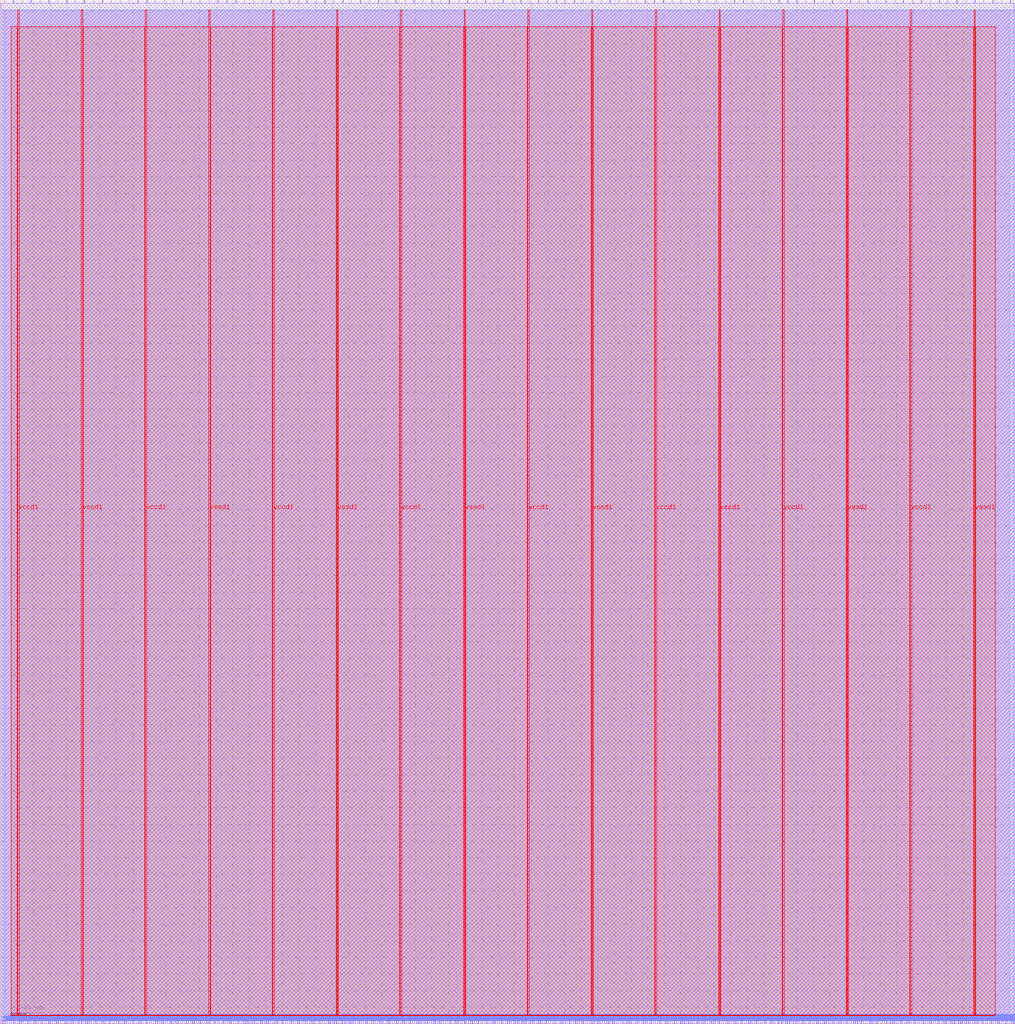
<source format=lef>
VERSION 5.7 ;
  NOWIREEXTENSIONATPIN ON ;
  DIVIDERCHAR "/" ;
  BUSBITCHARS "[]" ;
MACRO user_proj_example
  CLASS BLOCK ;
  FOREIGN user_proj_example ;
  ORIGIN 0.000 0.000 ;
  SIZE 1222.625 BY 1233.345 ;
  PIN io_in[0]
    DIRECTION INPUT ;
    USE SIGNAL ;
    PORT
      LAYER met2 ;
        RECT 5.150 1229.345 5.430 1233.345 ;
    END
  END io_in[0]
  PIN io_in[10]
    DIRECTION INPUT ;
    USE SIGNAL ;
    PORT
      LAYER met2 ;
        RECT 326.690 1229.345 326.970 1233.345 ;
    END
  END io_in[10]
  PIN io_in[11]
    DIRECTION INPUT ;
    USE SIGNAL ;
    PORT
      LAYER met2 ;
        RECT 358.890 1229.345 359.170 1233.345 ;
    END
  END io_in[11]
  PIN io_in[12]
    DIRECTION INPUT ;
    USE SIGNAL ;
    PORT
      LAYER met2 ;
        RECT 391.090 1229.345 391.370 1233.345 ;
    END
  END io_in[12]
  PIN io_in[13]
    DIRECTION INPUT ;
    USE SIGNAL ;
    PORT
      LAYER met2 ;
        RECT 423.290 1229.345 423.570 1233.345 ;
    END
  END io_in[13]
  PIN io_in[14]
    DIRECTION INPUT ;
    USE SIGNAL ;
    PORT
      LAYER met2 ;
        RECT 455.490 1229.345 455.770 1233.345 ;
    END
  END io_in[14]
  PIN io_in[15]
    DIRECTION INPUT ;
    USE SIGNAL ;
    PORT
      LAYER met2 ;
        RECT 487.690 1229.345 487.970 1233.345 ;
    END
  END io_in[15]
  PIN io_in[16]
    DIRECTION INPUT ;
    USE SIGNAL ;
    PORT
      LAYER met2 ;
        RECT 519.890 1229.345 520.170 1233.345 ;
    END
  END io_in[16]
  PIN io_in[17]
    DIRECTION INPUT ;
    USE SIGNAL ;
    PORT
      LAYER met2 ;
        RECT 552.090 1229.345 552.370 1233.345 ;
    END
  END io_in[17]
  PIN io_in[18]
    DIRECTION INPUT ;
    USE SIGNAL ;
    PORT
      LAYER met2 ;
        RECT 584.290 1229.345 584.570 1233.345 ;
    END
  END io_in[18]
  PIN io_in[19]
    DIRECTION INPUT ;
    USE SIGNAL ;
    PORT
      LAYER met2 ;
        RECT 616.490 1229.345 616.770 1233.345 ;
    END
  END io_in[19]
  PIN io_in[1]
    DIRECTION INPUT ;
    USE SIGNAL ;
    PORT
      LAYER met2 ;
        RECT 36.890 1229.345 37.170 1233.345 ;
    END
  END io_in[1]
  PIN io_in[20]
    DIRECTION INPUT ;
    USE SIGNAL ;
    PORT
      LAYER met2 ;
        RECT 648.230 1229.345 648.510 1233.345 ;
    END
  END io_in[20]
  PIN io_in[21]
    DIRECTION INPUT ;
    USE SIGNAL ;
    PORT
      LAYER met2 ;
        RECT 680.430 1229.345 680.710 1233.345 ;
    END
  END io_in[21]
  PIN io_in[22]
    DIRECTION INPUT ;
    USE SIGNAL ;
    PORT
      LAYER met2 ;
        RECT 712.630 1229.345 712.910 1233.345 ;
    END
  END io_in[22]
  PIN io_in[23]
    DIRECTION INPUT ;
    USE SIGNAL ;
    PORT
      LAYER met2 ;
        RECT 744.830 1229.345 745.110 1233.345 ;
    END
  END io_in[23]
  PIN io_in[24]
    DIRECTION INPUT ;
    USE SIGNAL ;
    PORT
      LAYER met2 ;
        RECT 777.030 1229.345 777.310 1233.345 ;
    END
  END io_in[24]
  PIN io_in[25]
    DIRECTION INPUT ;
    USE SIGNAL ;
    PORT
      LAYER met2 ;
        RECT 809.230 1229.345 809.510 1233.345 ;
    END
  END io_in[25]
  PIN io_in[26]
    DIRECTION INPUT ;
    USE SIGNAL ;
    PORT
      LAYER met2 ;
        RECT 841.430 1229.345 841.710 1233.345 ;
    END
  END io_in[26]
  PIN io_in[27]
    DIRECTION INPUT ;
    USE SIGNAL ;
    PORT
      LAYER met2 ;
        RECT 873.630 1229.345 873.910 1233.345 ;
    END
  END io_in[27]
  PIN io_in[28]
    DIRECTION INPUT ;
    USE SIGNAL ;
    PORT
      LAYER met2 ;
        RECT 905.830 1229.345 906.110 1233.345 ;
    END
  END io_in[28]
  PIN io_in[29]
    DIRECTION INPUT ;
    USE SIGNAL ;
    PORT
      LAYER met2 ;
        RECT 938.030 1229.345 938.310 1233.345 ;
    END
  END io_in[29]
  PIN io_in[2]
    DIRECTION INPUT ;
    USE SIGNAL ;
    PORT
      LAYER met2 ;
        RECT 69.090 1229.345 69.370 1233.345 ;
    END
  END io_in[2]
  PIN io_in[30]
    DIRECTION INPUT ;
    USE SIGNAL ;
    PORT
      LAYER met2 ;
        RECT 970.230 1229.345 970.510 1233.345 ;
    END
  END io_in[30]
  PIN io_in[31]
    DIRECTION INPUT ;
    USE SIGNAL ;
    PORT
      LAYER met2 ;
        RECT 1002.430 1229.345 1002.710 1233.345 ;
    END
  END io_in[31]
  PIN io_in[32]
    DIRECTION INPUT ;
    USE SIGNAL ;
    PORT
      LAYER met2 ;
        RECT 1034.630 1229.345 1034.910 1233.345 ;
    END
  END io_in[32]
  PIN io_in[33]
    DIRECTION INPUT ;
    USE SIGNAL ;
    PORT
      LAYER met2 ;
        RECT 1066.830 1229.345 1067.110 1233.345 ;
    END
  END io_in[33]
  PIN io_in[34]
    DIRECTION INPUT ;
    USE SIGNAL ;
    PORT
      LAYER met2 ;
        RECT 1099.030 1229.345 1099.310 1233.345 ;
    END
  END io_in[34]
  PIN io_in[35]
    DIRECTION INPUT ;
    USE SIGNAL ;
    PORT
      LAYER met2 ;
        RECT 1131.230 1229.345 1131.510 1233.345 ;
    END
  END io_in[35]
  PIN io_in[36]
    DIRECTION INPUT ;
    USE SIGNAL ;
    PORT
      LAYER met2 ;
        RECT 1163.430 1229.345 1163.710 1233.345 ;
    END
  END io_in[36]
  PIN io_in[37]
    DIRECTION INPUT ;
    USE SIGNAL ;
    PORT
      LAYER met2 ;
        RECT 1195.630 1229.345 1195.910 1233.345 ;
    END
  END io_in[37]
  PIN io_in[3]
    DIRECTION INPUT ;
    USE SIGNAL ;
    PORT
      LAYER met2 ;
        RECT 101.290 1229.345 101.570 1233.345 ;
    END
  END io_in[3]
  PIN io_in[4]
    DIRECTION INPUT ;
    USE SIGNAL ;
    PORT
      LAYER met2 ;
        RECT 133.490 1229.345 133.770 1233.345 ;
    END
  END io_in[4]
  PIN io_in[5]
    DIRECTION INPUT ;
    USE SIGNAL ;
    PORT
      LAYER met2 ;
        RECT 165.690 1229.345 165.970 1233.345 ;
    END
  END io_in[5]
  PIN io_in[6]
    DIRECTION INPUT ;
    USE SIGNAL ;
    PORT
      LAYER met2 ;
        RECT 197.890 1229.345 198.170 1233.345 ;
    END
  END io_in[6]
  PIN io_in[7]
    DIRECTION INPUT ;
    USE SIGNAL ;
    PORT
      LAYER met2 ;
        RECT 230.090 1229.345 230.370 1233.345 ;
    END
  END io_in[7]
  PIN io_in[8]
    DIRECTION INPUT ;
    USE SIGNAL ;
    PORT
      LAYER met2 ;
        RECT 262.290 1229.345 262.570 1233.345 ;
    END
  END io_in[8]
  PIN io_in[9]
    DIRECTION INPUT ;
    USE SIGNAL ;
    PORT
      LAYER met2 ;
        RECT 294.490 1229.345 294.770 1233.345 ;
    END
  END io_in[9]
  PIN io_oeb[0]
    DIRECTION OUTPUT TRISTATE ;
    USE SIGNAL ;
    PORT
      LAYER met2 ;
        RECT 15.730 1229.345 16.010 1233.345 ;
    END
  END io_oeb[0]
  PIN io_oeb[10]
    DIRECTION OUTPUT TRISTATE ;
    USE SIGNAL ;
    PORT
      LAYER met2 ;
        RECT 337.270 1229.345 337.550 1233.345 ;
    END
  END io_oeb[10]
  PIN io_oeb[11]
    DIRECTION OUTPUT TRISTATE ;
    USE SIGNAL ;
    PORT
      LAYER met2 ;
        RECT 369.470 1229.345 369.750 1233.345 ;
    END
  END io_oeb[11]
  PIN io_oeb[12]
    DIRECTION OUTPUT TRISTATE ;
    USE SIGNAL ;
    PORT
      LAYER met2 ;
        RECT 401.670 1229.345 401.950 1233.345 ;
    END
  END io_oeb[12]
  PIN io_oeb[13]
    DIRECTION OUTPUT TRISTATE ;
    USE SIGNAL ;
    PORT
      LAYER met2 ;
        RECT 433.870 1229.345 434.150 1233.345 ;
    END
  END io_oeb[13]
  PIN io_oeb[14]
    DIRECTION OUTPUT TRISTATE ;
    USE SIGNAL ;
    PORT
      LAYER met2 ;
        RECT 466.070 1229.345 466.350 1233.345 ;
    END
  END io_oeb[14]
  PIN io_oeb[15]
    DIRECTION OUTPUT TRISTATE ;
    USE SIGNAL ;
    PORT
      LAYER met2 ;
        RECT 498.270 1229.345 498.550 1233.345 ;
    END
  END io_oeb[15]
  PIN io_oeb[16]
    DIRECTION OUTPUT TRISTATE ;
    USE SIGNAL ;
    PORT
      LAYER met2 ;
        RECT 530.470 1229.345 530.750 1233.345 ;
    END
  END io_oeb[16]
  PIN io_oeb[17]
    DIRECTION OUTPUT TRISTATE ;
    USE SIGNAL ;
    PORT
      LAYER met2 ;
        RECT 562.670 1229.345 562.950 1233.345 ;
    END
  END io_oeb[17]
  PIN io_oeb[18]
    DIRECTION OUTPUT TRISTATE ;
    USE SIGNAL ;
    PORT
      LAYER met2 ;
        RECT 594.870 1229.345 595.150 1233.345 ;
    END
  END io_oeb[18]
  PIN io_oeb[19]
    DIRECTION OUTPUT TRISTATE ;
    USE SIGNAL ;
    PORT
      LAYER met2 ;
        RECT 627.070 1229.345 627.350 1233.345 ;
    END
  END io_oeb[19]
  PIN io_oeb[1]
    DIRECTION OUTPUT TRISTATE ;
    USE SIGNAL ;
    PORT
      LAYER met2 ;
        RECT 47.930 1229.345 48.210 1233.345 ;
    END
  END io_oeb[1]
  PIN io_oeb[20]
    DIRECTION OUTPUT TRISTATE ;
    USE SIGNAL ;
    PORT
      LAYER met2 ;
        RECT 659.270 1229.345 659.550 1233.345 ;
    END
  END io_oeb[20]
  PIN io_oeb[21]
    DIRECTION OUTPUT TRISTATE ;
    USE SIGNAL ;
    PORT
      LAYER met2 ;
        RECT 691.470 1229.345 691.750 1233.345 ;
    END
  END io_oeb[21]
  PIN io_oeb[22]
    DIRECTION OUTPUT TRISTATE ;
    USE SIGNAL ;
    PORT
      LAYER met2 ;
        RECT 723.670 1229.345 723.950 1233.345 ;
    END
  END io_oeb[22]
  PIN io_oeb[23]
    DIRECTION OUTPUT TRISTATE ;
    USE SIGNAL ;
    PORT
      LAYER met2 ;
        RECT 755.870 1229.345 756.150 1233.345 ;
    END
  END io_oeb[23]
  PIN io_oeb[24]
    DIRECTION OUTPUT TRISTATE ;
    USE SIGNAL ;
    PORT
      LAYER met2 ;
        RECT 788.070 1229.345 788.350 1233.345 ;
    END
  END io_oeb[24]
  PIN io_oeb[25]
    DIRECTION OUTPUT TRISTATE ;
    USE SIGNAL ;
    PORT
      LAYER met2 ;
        RECT 820.270 1229.345 820.550 1233.345 ;
    END
  END io_oeb[25]
  PIN io_oeb[26]
    DIRECTION OUTPUT TRISTATE ;
    USE SIGNAL ;
    PORT
      LAYER met2 ;
        RECT 852.010 1229.345 852.290 1233.345 ;
    END
  END io_oeb[26]
  PIN io_oeb[27]
    DIRECTION OUTPUT TRISTATE ;
    USE SIGNAL ;
    PORT
      LAYER met2 ;
        RECT 884.210 1229.345 884.490 1233.345 ;
    END
  END io_oeb[27]
  PIN io_oeb[28]
    DIRECTION OUTPUT TRISTATE ;
    USE SIGNAL ;
    PORT
      LAYER met2 ;
        RECT 916.410 1229.345 916.690 1233.345 ;
    END
  END io_oeb[28]
  PIN io_oeb[29]
    DIRECTION OUTPUT TRISTATE ;
    USE SIGNAL ;
    PORT
      LAYER met2 ;
        RECT 948.610 1229.345 948.890 1233.345 ;
    END
  END io_oeb[29]
  PIN io_oeb[2]
    DIRECTION OUTPUT TRISTATE ;
    USE SIGNAL ;
    PORT
      LAYER met2 ;
        RECT 80.130 1229.345 80.410 1233.345 ;
    END
  END io_oeb[2]
  PIN io_oeb[30]
    DIRECTION OUTPUT TRISTATE ;
    USE SIGNAL ;
    PORT
      LAYER met2 ;
        RECT 980.810 1229.345 981.090 1233.345 ;
    END
  END io_oeb[30]
  PIN io_oeb[31]
    DIRECTION OUTPUT TRISTATE ;
    USE SIGNAL ;
    PORT
      LAYER met2 ;
        RECT 1013.010 1229.345 1013.290 1233.345 ;
    END
  END io_oeb[31]
  PIN io_oeb[32]
    DIRECTION OUTPUT TRISTATE ;
    USE SIGNAL ;
    PORT
      LAYER met2 ;
        RECT 1045.210 1229.345 1045.490 1233.345 ;
    END
  END io_oeb[32]
  PIN io_oeb[33]
    DIRECTION OUTPUT TRISTATE ;
    USE SIGNAL ;
    PORT
      LAYER met2 ;
        RECT 1077.410 1229.345 1077.690 1233.345 ;
    END
  END io_oeb[33]
  PIN io_oeb[34]
    DIRECTION OUTPUT TRISTATE ;
    USE SIGNAL ;
    PORT
      LAYER met2 ;
        RECT 1109.610 1229.345 1109.890 1233.345 ;
    END
  END io_oeb[34]
  PIN io_oeb[35]
    DIRECTION OUTPUT TRISTATE ;
    USE SIGNAL ;
    PORT
      LAYER met2 ;
        RECT 1141.810 1229.345 1142.090 1233.345 ;
    END
  END io_oeb[35]
  PIN io_oeb[36]
    DIRECTION OUTPUT TRISTATE ;
    USE SIGNAL ;
    PORT
      LAYER met2 ;
        RECT 1174.010 1229.345 1174.290 1233.345 ;
    END
  END io_oeb[36]
  PIN io_oeb[37]
    DIRECTION OUTPUT TRISTATE ;
    USE SIGNAL ;
    PORT
      LAYER met2 ;
        RECT 1206.210 1229.345 1206.490 1233.345 ;
    END
  END io_oeb[37]
  PIN io_oeb[3]
    DIRECTION OUTPUT TRISTATE ;
    USE SIGNAL ;
    PORT
      LAYER met2 ;
        RECT 112.330 1229.345 112.610 1233.345 ;
    END
  END io_oeb[3]
  PIN io_oeb[4]
    DIRECTION OUTPUT TRISTATE ;
    USE SIGNAL ;
    PORT
      LAYER met2 ;
        RECT 144.530 1229.345 144.810 1233.345 ;
    END
  END io_oeb[4]
  PIN io_oeb[5]
    DIRECTION OUTPUT TRISTATE ;
    USE SIGNAL ;
    PORT
      LAYER met2 ;
        RECT 176.730 1229.345 177.010 1233.345 ;
    END
  END io_oeb[5]
  PIN io_oeb[6]
    DIRECTION OUTPUT TRISTATE ;
    USE SIGNAL ;
    PORT
      LAYER met2 ;
        RECT 208.930 1229.345 209.210 1233.345 ;
    END
  END io_oeb[6]
  PIN io_oeb[7]
    DIRECTION OUTPUT TRISTATE ;
    USE SIGNAL ;
    PORT
      LAYER met2 ;
        RECT 240.670 1229.345 240.950 1233.345 ;
    END
  END io_oeb[7]
  PIN io_oeb[8]
    DIRECTION OUTPUT TRISTATE ;
    USE SIGNAL ;
    PORT
      LAYER met2 ;
        RECT 272.870 1229.345 273.150 1233.345 ;
    END
  END io_oeb[8]
  PIN io_oeb[9]
    DIRECTION OUTPUT TRISTATE ;
    USE SIGNAL ;
    PORT
      LAYER met2 ;
        RECT 305.070 1229.345 305.350 1233.345 ;
    END
  END io_oeb[9]
  PIN io_out[0]
    DIRECTION OUTPUT TRISTATE ;
    USE SIGNAL ;
    PORT
      LAYER met2 ;
        RECT 26.310 1229.345 26.590 1233.345 ;
    END
  END io_out[0]
  PIN io_out[10]
    DIRECTION OUTPUT TRISTATE ;
    USE SIGNAL ;
    PORT
      LAYER met2 ;
        RECT 348.310 1229.345 348.590 1233.345 ;
    END
  END io_out[10]
  PIN io_out[11]
    DIRECTION OUTPUT TRISTATE ;
    USE SIGNAL ;
    PORT
      LAYER met2 ;
        RECT 380.510 1229.345 380.790 1233.345 ;
    END
  END io_out[11]
  PIN io_out[12]
    DIRECTION OUTPUT TRISTATE ;
    USE SIGNAL ;
    PORT
      LAYER met2 ;
        RECT 412.710 1229.345 412.990 1233.345 ;
    END
  END io_out[12]
  PIN io_out[13]
    DIRECTION OUTPUT TRISTATE ;
    USE SIGNAL ;
    PORT
      LAYER met2 ;
        RECT 444.450 1229.345 444.730 1233.345 ;
    END
  END io_out[13]
  PIN io_out[14]
    DIRECTION OUTPUT TRISTATE ;
    USE SIGNAL ;
    PORT
      LAYER met2 ;
        RECT 476.650 1229.345 476.930 1233.345 ;
    END
  END io_out[14]
  PIN io_out[15]
    DIRECTION OUTPUT TRISTATE ;
    USE SIGNAL ;
    PORT
      LAYER met2 ;
        RECT 508.850 1229.345 509.130 1233.345 ;
    END
  END io_out[15]
  PIN io_out[16]
    DIRECTION OUTPUT TRISTATE ;
    USE SIGNAL ;
    PORT
      LAYER met2 ;
        RECT 541.050 1229.345 541.330 1233.345 ;
    END
  END io_out[16]
  PIN io_out[17]
    DIRECTION OUTPUT TRISTATE ;
    USE SIGNAL ;
    PORT
      LAYER met2 ;
        RECT 573.250 1229.345 573.530 1233.345 ;
    END
  END io_out[17]
  PIN io_out[18]
    DIRECTION OUTPUT TRISTATE ;
    USE SIGNAL ;
    PORT
      LAYER met2 ;
        RECT 605.450 1229.345 605.730 1233.345 ;
    END
  END io_out[18]
  PIN io_out[19]
    DIRECTION OUTPUT TRISTATE ;
    USE SIGNAL ;
    PORT
      LAYER met2 ;
        RECT 637.650 1229.345 637.930 1233.345 ;
    END
  END io_out[19]
  PIN io_out[1]
    DIRECTION OUTPUT TRISTATE ;
    USE SIGNAL ;
    PORT
      LAYER met2 ;
        RECT 58.510 1229.345 58.790 1233.345 ;
    END
  END io_out[1]
  PIN io_out[20]
    DIRECTION OUTPUT TRISTATE ;
    USE SIGNAL ;
    PORT
      LAYER met2 ;
        RECT 669.850 1229.345 670.130 1233.345 ;
    END
  END io_out[20]
  PIN io_out[21]
    DIRECTION OUTPUT TRISTATE ;
    USE SIGNAL ;
    PORT
      LAYER met2 ;
        RECT 702.050 1229.345 702.330 1233.345 ;
    END
  END io_out[21]
  PIN io_out[22]
    DIRECTION OUTPUT TRISTATE ;
    USE SIGNAL ;
    PORT
      LAYER met2 ;
        RECT 734.250 1229.345 734.530 1233.345 ;
    END
  END io_out[22]
  PIN io_out[23]
    DIRECTION OUTPUT TRISTATE ;
    USE SIGNAL ;
    PORT
      LAYER met2 ;
        RECT 766.450 1229.345 766.730 1233.345 ;
    END
  END io_out[23]
  PIN io_out[24]
    DIRECTION OUTPUT TRISTATE ;
    USE SIGNAL ;
    PORT
      LAYER met2 ;
        RECT 798.650 1229.345 798.930 1233.345 ;
    END
  END io_out[24]
  PIN io_out[25]
    DIRECTION OUTPUT TRISTATE ;
    USE SIGNAL ;
    PORT
      LAYER met2 ;
        RECT 830.850 1229.345 831.130 1233.345 ;
    END
  END io_out[25]
  PIN io_out[26]
    DIRECTION OUTPUT TRISTATE ;
    USE SIGNAL ;
    PORT
      LAYER met2 ;
        RECT 863.050 1229.345 863.330 1233.345 ;
    END
  END io_out[26]
  PIN io_out[27]
    DIRECTION OUTPUT TRISTATE ;
    USE SIGNAL ;
    PORT
      LAYER met2 ;
        RECT 895.250 1229.345 895.530 1233.345 ;
    END
  END io_out[27]
  PIN io_out[28]
    DIRECTION OUTPUT TRISTATE ;
    USE SIGNAL ;
    PORT
      LAYER met2 ;
        RECT 927.450 1229.345 927.730 1233.345 ;
    END
  END io_out[28]
  PIN io_out[29]
    DIRECTION OUTPUT TRISTATE ;
    USE SIGNAL ;
    PORT
      LAYER met2 ;
        RECT 959.650 1229.345 959.930 1233.345 ;
    END
  END io_out[29]
  PIN io_out[2]
    DIRECTION OUTPUT TRISTATE ;
    USE SIGNAL ;
    PORT
      LAYER met2 ;
        RECT 90.710 1229.345 90.990 1233.345 ;
    END
  END io_out[2]
  PIN io_out[30]
    DIRECTION OUTPUT TRISTATE ;
    USE SIGNAL ;
    PORT
      LAYER met2 ;
        RECT 991.850 1229.345 992.130 1233.345 ;
    END
  END io_out[30]
  PIN io_out[31]
    DIRECTION OUTPUT TRISTATE ;
    USE SIGNAL ;
    PORT
      LAYER met2 ;
        RECT 1024.050 1229.345 1024.330 1233.345 ;
    END
  END io_out[31]
  PIN io_out[32]
    DIRECTION OUTPUT TRISTATE ;
    USE SIGNAL ;
    PORT
      LAYER met2 ;
        RECT 1055.790 1229.345 1056.070 1233.345 ;
    END
  END io_out[32]
  PIN io_out[33]
    DIRECTION OUTPUT TRISTATE ;
    USE SIGNAL ;
    PORT
      LAYER met2 ;
        RECT 1087.990 1229.345 1088.270 1233.345 ;
    END
  END io_out[33]
  PIN io_out[34]
    DIRECTION OUTPUT TRISTATE ;
    USE SIGNAL ;
    PORT
      LAYER met2 ;
        RECT 1120.190 1229.345 1120.470 1233.345 ;
    END
  END io_out[34]
  PIN io_out[35]
    DIRECTION OUTPUT TRISTATE ;
    USE SIGNAL ;
    PORT
      LAYER met2 ;
        RECT 1152.390 1229.345 1152.670 1233.345 ;
    END
  END io_out[35]
  PIN io_out[36]
    DIRECTION OUTPUT TRISTATE ;
    USE SIGNAL ;
    PORT
      LAYER met2 ;
        RECT 1184.590 1229.345 1184.870 1233.345 ;
    END
  END io_out[36]
  PIN io_out[37]
    DIRECTION OUTPUT TRISTATE ;
    USE SIGNAL ;
    PORT
      LAYER met2 ;
        RECT 1216.790 1229.345 1217.070 1233.345 ;
    END
  END io_out[37]
  PIN io_out[3]
    DIRECTION OUTPUT TRISTATE ;
    USE SIGNAL ;
    PORT
      LAYER met2 ;
        RECT 122.910 1229.345 123.190 1233.345 ;
    END
  END io_out[3]
  PIN io_out[4]
    DIRECTION OUTPUT TRISTATE ;
    USE SIGNAL ;
    PORT
      LAYER met2 ;
        RECT 155.110 1229.345 155.390 1233.345 ;
    END
  END io_out[4]
  PIN io_out[5]
    DIRECTION OUTPUT TRISTATE ;
    USE SIGNAL ;
    PORT
      LAYER met2 ;
        RECT 187.310 1229.345 187.590 1233.345 ;
    END
  END io_out[5]
  PIN io_out[6]
    DIRECTION OUTPUT TRISTATE ;
    USE SIGNAL ;
    PORT
      LAYER met2 ;
        RECT 219.510 1229.345 219.790 1233.345 ;
    END
  END io_out[6]
  PIN io_out[7]
    DIRECTION OUTPUT TRISTATE ;
    USE SIGNAL ;
    PORT
      LAYER met2 ;
        RECT 251.710 1229.345 251.990 1233.345 ;
    END
  END io_out[7]
  PIN io_out[8]
    DIRECTION OUTPUT TRISTATE ;
    USE SIGNAL ;
    PORT
      LAYER met2 ;
        RECT 283.910 1229.345 284.190 1233.345 ;
    END
  END io_out[8]
  PIN io_out[9]
    DIRECTION OUTPUT TRISTATE ;
    USE SIGNAL ;
    PORT
      LAYER met2 ;
        RECT 316.110 1229.345 316.390 1233.345 ;
    END
  END io_out[9]
  PIN irq[0]
    DIRECTION OUTPUT TRISTATE ;
    USE SIGNAL ;
    PORT
      LAYER met2 ;
        RECT 1215.870 0.000 1216.150 4.000 ;
    END
  END irq[0]
  PIN irq[1]
    DIRECTION OUTPUT TRISTATE ;
    USE SIGNAL ;
    PORT
      LAYER met2 ;
        RECT 1218.630 0.000 1218.910 4.000 ;
    END
  END irq[1]
  PIN irq[2]
    DIRECTION OUTPUT TRISTATE ;
    USE SIGNAL ;
    PORT
      LAYER met2 ;
        RECT 1220.930 0.000 1221.210 4.000 ;
    END
  END irq[2]
  PIN la_data_in[0]
    DIRECTION INPUT ;
    USE SIGNAL ;
    PORT
      LAYER met2 ;
        RECT 263.670 0.000 263.950 4.000 ;
    END
  END la_data_in[0]
  PIN la_data_in[100]
    DIRECTION INPUT ;
    USE SIGNAL ;
    PORT
      LAYER met2 ;
        RECT 1007.490 0.000 1007.770 4.000 ;
    END
  END la_data_in[100]
  PIN la_data_in[101]
    DIRECTION INPUT ;
    USE SIGNAL ;
    PORT
      LAYER met2 ;
        RECT 1015.310 0.000 1015.590 4.000 ;
    END
  END la_data_in[101]
  PIN la_data_in[102]
    DIRECTION INPUT ;
    USE SIGNAL ;
    PORT
      LAYER met2 ;
        RECT 1022.670 0.000 1022.950 4.000 ;
    END
  END la_data_in[102]
  PIN la_data_in[103]
    DIRECTION INPUT ;
    USE SIGNAL ;
    PORT
      LAYER met2 ;
        RECT 1030.030 0.000 1030.310 4.000 ;
    END
  END la_data_in[103]
  PIN la_data_in[104]
    DIRECTION INPUT ;
    USE SIGNAL ;
    PORT
      LAYER met2 ;
        RECT 1037.390 0.000 1037.670 4.000 ;
    END
  END la_data_in[104]
  PIN la_data_in[105]
    DIRECTION INPUT ;
    USE SIGNAL ;
    PORT
      LAYER met2 ;
        RECT 1044.750 0.000 1045.030 4.000 ;
    END
  END la_data_in[105]
  PIN la_data_in[106]
    DIRECTION INPUT ;
    USE SIGNAL ;
    PORT
      LAYER met2 ;
        RECT 1052.110 0.000 1052.390 4.000 ;
    END
  END la_data_in[106]
  PIN la_data_in[107]
    DIRECTION INPUT ;
    USE SIGNAL ;
    PORT
      LAYER met2 ;
        RECT 1059.930 0.000 1060.210 4.000 ;
    END
  END la_data_in[107]
  PIN la_data_in[108]
    DIRECTION INPUT ;
    USE SIGNAL ;
    PORT
      LAYER met2 ;
        RECT 1067.290 0.000 1067.570 4.000 ;
    END
  END la_data_in[108]
  PIN la_data_in[109]
    DIRECTION INPUT ;
    USE SIGNAL ;
    PORT
      LAYER met2 ;
        RECT 1074.650 0.000 1074.930 4.000 ;
    END
  END la_data_in[109]
  PIN la_data_in[10]
    DIRECTION INPUT ;
    USE SIGNAL ;
    PORT
      LAYER met2 ;
        RECT 338.190 0.000 338.470 4.000 ;
    END
  END la_data_in[10]
  PIN la_data_in[110]
    DIRECTION INPUT ;
    USE SIGNAL ;
    PORT
      LAYER met2 ;
        RECT 1082.010 0.000 1082.290 4.000 ;
    END
  END la_data_in[110]
  PIN la_data_in[111]
    DIRECTION INPUT ;
    USE SIGNAL ;
    PORT
      LAYER met2 ;
        RECT 1089.370 0.000 1089.650 4.000 ;
    END
  END la_data_in[111]
  PIN la_data_in[112]
    DIRECTION INPUT ;
    USE SIGNAL ;
    PORT
      LAYER met2 ;
        RECT 1097.190 0.000 1097.470 4.000 ;
    END
  END la_data_in[112]
  PIN la_data_in[113]
    DIRECTION INPUT ;
    USE SIGNAL ;
    PORT
      LAYER met2 ;
        RECT 1104.550 0.000 1104.830 4.000 ;
    END
  END la_data_in[113]
  PIN la_data_in[114]
    DIRECTION INPUT ;
    USE SIGNAL ;
    PORT
      LAYER met2 ;
        RECT 1111.910 0.000 1112.190 4.000 ;
    END
  END la_data_in[114]
  PIN la_data_in[115]
    DIRECTION INPUT ;
    USE SIGNAL ;
    PORT
      LAYER met2 ;
        RECT 1119.270 0.000 1119.550 4.000 ;
    END
  END la_data_in[115]
  PIN la_data_in[116]
    DIRECTION INPUT ;
    USE SIGNAL ;
    PORT
      LAYER met2 ;
        RECT 1126.630 0.000 1126.910 4.000 ;
    END
  END la_data_in[116]
  PIN la_data_in[117]
    DIRECTION INPUT ;
    USE SIGNAL ;
    PORT
      LAYER met2 ;
        RECT 1133.990 0.000 1134.270 4.000 ;
    END
  END la_data_in[117]
  PIN la_data_in[118]
    DIRECTION INPUT ;
    USE SIGNAL ;
    PORT
      LAYER met2 ;
        RECT 1141.810 0.000 1142.090 4.000 ;
    END
  END la_data_in[118]
  PIN la_data_in[119]
    DIRECTION INPUT ;
    USE SIGNAL ;
    PORT
      LAYER met2 ;
        RECT 1149.170 0.000 1149.450 4.000 ;
    END
  END la_data_in[119]
  PIN la_data_in[11]
    DIRECTION INPUT ;
    USE SIGNAL ;
    PORT
      LAYER met2 ;
        RECT 345.550 0.000 345.830 4.000 ;
    END
  END la_data_in[11]
  PIN la_data_in[120]
    DIRECTION INPUT ;
    USE SIGNAL ;
    PORT
      LAYER met2 ;
        RECT 1156.530 0.000 1156.810 4.000 ;
    END
  END la_data_in[120]
  PIN la_data_in[121]
    DIRECTION INPUT ;
    USE SIGNAL ;
    PORT
      LAYER met2 ;
        RECT 1163.890 0.000 1164.170 4.000 ;
    END
  END la_data_in[121]
  PIN la_data_in[122]
    DIRECTION INPUT ;
    USE SIGNAL ;
    PORT
      LAYER met2 ;
        RECT 1171.250 0.000 1171.530 4.000 ;
    END
  END la_data_in[122]
  PIN la_data_in[123]
    DIRECTION INPUT ;
    USE SIGNAL ;
    PORT
      LAYER met2 ;
        RECT 1178.610 0.000 1178.890 4.000 ;
    END
  END la_data_in[123]
  PIN la_data_in[124]
    DIRECTION INPUT ;
    USE SIGNAL ;
    PORT
      LAYER met2 ;
        RECT 1186.430 0.000 1186.710 4.000 ;
    END
  END la_data_in[124]
  PIN la_data_in[125]
    DIRECTION INPUT ;
    USE SIGNAL ;
    PORT
      LAYER met2 ;
        RECT 1193.790 0.000 1194.070 4.000 ;
    END
  END la_data_in[125]
  PIN la_data_in[126]
    DIRECTION INPUT ;
    USE SIGNAL ;
    PORT
      LAYER met2 ;
        RECT 1201.150 0.000 1201.430 4.000 ;
    END
  END la_data_in[126]
  PIN la_data_in[127]
    DIRECTION INPUT ;
    USE SIGNAL ;
    PORT
      LAYER met2 ;
        RECT 1208.510 0.000 1208.790 4.000 ;
    END
  END la_data_in[127]
  PIN la_data_in[12]
    DIRECTION INPUT ;
    USE SIGNAL ;
    PORT
      LAYER met2 ;
        RECT 352.910 0.000 353.190 4.000 ;
    END
  END la_data_in[12]
  PIN la_data_in[13]
    DIRECTION INPUT ;
    USE SIGNAL ;
    PORT
      LAYER met2 ;
        RECT 360.270 0.000 360.550 4.000 ;
    END
  END la_data_in[13]
  PIN la_data_in[14]
    DIRECTION INPUT ;
    USE SIGNAL ;
    PORT
      LAYER met2 ;
        RECT 367.630 0.000 367.910 4.000 ;
    END
  END la_data_in[14]
  PIN la_data_in[15]
    DIRECTION INPUT ;
    USE SIGNAL ;
    PORT
      LAYER met2 ;
        RECT 375.450 0.000 375.730 4.000 ;
    END
  END la_data_in[15]
  PIN la_data_in[16]
    DIRECTION INPUT ;
    USE SIGNAL ;
    PORT
      LAYER met2 ;
        RECT 382.810 0.000 383.090 4.000 ;
    END
  END la_data_in[16]
  PIN la_data_in[17]
    DIRECTION INPUT ;
    USE SIGNAL ;
    PORT
      LAYER met2 ;
        RECT 390.170 0.000 390.450 4.000 ;
    END
  END la_data_in[17]
  PIN la_data_in[18]
    DIRECTION INPUT ;
    USE SIGNAL ;
    PORT
      LAYER met2 ;
        RECT 397.530 0.000 397.810 4.000 ;
    END
  END la_data_in[18]
  PIN la_data_in[19]
    DIRECTION INPUT ;
    USE SIGNAL ;
    PORT
      LAYER met2 ;
        RECT 404.890 0.000 405.170 4.000 ;
    END
  END la_data_in[19]
  PIN la_data_in[1]
    DIRECTION INPUT ;
    USE SIGNAL ;
    PORT
      LAYER met2 ;
        RECT 271.030 0.000 271.310 4.000 ;
    END
  END la_data_in[1]
  PIN la_data_in[20]
    DIRECTION INPUT ;
    USE SIGNAL ;
    PORT
      LAYER met2 ;
        RECT 412.250 0.000 412.530 4.000 ;
    END
  END la_data_in[20]
  PIN la_data_in[21]
    DIRECTION INPUT ;
    USE SIGNAL ;
    PORT
      LAYER met2 ;
        RECT 420.070 0.000 420.350 4.000 ;
    END
  END la_data_in[21]
  PIN la_data_in[22]
    DIRECTION INPUT ;
    USE SIGNAL ;
    PORT
      LAYER met2 ;
        RECT 427.430 0.000 427.710 4.000 ;
    END
  END la_data_in[22]
  PIN la_data_in[23]
    DIRECTION INPUT ;
    USE SIGNAL ;
    PORT
      LAYER met2 ;
        RECT 434.790 0.000 435.070 4.000 ;
    END
  END la_data_in[23]
  PIN la_data_in[24]
    DIRECTION INPUT ;
    USE SIGNAL ;
    PORT
      LAYER met2 ;
        RECT 442.150 0.000 442.430 4.000 ;
    END
  END la_data_in[24]
  PIN la_data_in[25]
    DIRECTION INPUT ;
    USE SIGNAL ;
    PORT
      LAYER met2 ;
        RECT 449.510 0.000 449.790 4.000 ;
    END
  END la_data_in[25]
  PIN la_data_in[26]
    DIRECTION INPUT ;
    USE SIGNAL ;
    PORT
      LAYER met2 ;
        RECT 457.330 0.000 457.610 4.000 ;
    END
  END la_data_in[26]
  PIN la_data_in[27]
    DIRECTION INPUT ;
    USE SIGNAL ;
    PORT
      LAYER met2 ;
        RECT 464.690 0.000 464.970 4.000 ;
    END
  END la_data_in[27]
  PIN la_data_in[28]
    DIRECTION INPUT ;
    USE SIGNAL ;
    PORT
      LAYER met2 ;
        RECT 472.050 0.000 472.330 4.000 ;
    END
  END la_data_in[28]
  PIN la_data_in[29]
    DIRECTION INPUT ;
    USE SIGNAL ;
    PORT
      LAYER met2 ;
        RECT 479.410 0.000 479.690 4.000 ;
    END
  END la_data_in[29]
  PIN la_data_in[2]
    DIRECTION INPUT ;
    USE SIGNAL ;
    PORT
      LAYER met2 ;
        RECT 278.390 0.000 278.670 4.000 ;
    END
  END la_data_in[2]
  PIN la_data_in[30]
    DIRECTION INPUT ;
    USE SIGNAL ;
    PORT
      LAYER met2 ;
        RECT 486.770 0.000 487.050 4.000 ;
    END
  END la_data_in[30]
  PIN la_data_in[31]
    DIRECTION INPUT ;
    USE SIGNAL ;
    PORT
      LAYER met2 ;
        RECT 494.130 0.000 494.410 4.000 ;
    END
  END la_data_in[31]
  PIN la_data_in[32]
    DIRECTION INPUT ;
    USE SIGNAL ;
    PORT
      LAYER met2 ;
        RECT 501.950 0.000 502.230 4.000 ;
    END
  END la_data_in[32]
  PIN la_data_in[33]
    DIRECTION INPUT ;
    USE SIGNAL ;
    PORT
      LAYER met2 ;
        RECT 509.310 0.000 509.590 4.000 ;
    END
  END la_data_in[33]
  PIN la_data_in[34]
    DIRECTION INPUT ;
    USE SIGNAL ;
    PORT
      LAYER met2 ;
        RECT 516.670 0.000 516.950 4.000 ;
    END
  END la_data_in[34]
  PIN la_data_in[35]
    DIRECTION INPUT ;
    USE SIGNAL ;
    PORT
      LAYER met2 ;
        RECT 524.030 0.000 524.310 4.000 ;
    END
  END la_data_in[35]
  PIN la_data_in[36]
    DIRECTION INPUT ;
    USE SIGNAL ;
    PORT
      LAYER met2 ;
        RECT 531.390 0.000 531.670 4.000 ;
    END
  END la_data_in[36]
  PIN la_data_in[37]
    DIRECTION INPUT ;
    USE SIGNAL ;
    PORT
      LAYER met2 ;
        RECT 538.750 0.000 539.030 4.000 ;
    END
  END la_data_in[37]
  PIN la_data_in[38]
    DIRECTION INPUT ;
    USE SIGNAL ;
    PORT
      LAYER met2 ;
        RECT 546.570 0.000 546.850 4.000 ;
    END
  END la_data_in[38]
  PIN la_data_in[39]
    DIRECTION INPUT ;
    USE SIGNAL ;
    PORT
      LAYER met2 ;
        RECT 553.930 0.000 554.210 4.000 ;
    END
  END la_data_in[39]
  PIN la_data_in[3]
    DIRECTION INPUT ;
    USE SIGNAL ;
    PORT
      LAYER met2 ;
        RECT 286.210 0.000 286.490 4.000 ;
    END
  END la_data_in[3]
  PIN la_data_in[40]
    DIRECTION INPUT ;
    USE SIGNAL ;
    PORT
      LAYER met2 ;
        RECT 561.290 0.000 561.570 4.000 ;
    END
  END la_data_in[40]
  PIN la_data_in[41]
    DIRECTION INPUT ;
    USE SIGNAL ;
    PORT
      LAYER met2 ;
        RECT 568.650 0.000 568.930 4.000 ;
    END
  END la_data_in[41]
  PIN la_data_in[42]
    DIRECTION INPUT ;
    USE SIGNAL ;
    PORT
      LAYER met2 ;
        RECT 576.010 0.000 576.290 4.000 ;
    END
  END la_data_in[42]
  PIN la_data_in[43]
    DIRECTION INPUT ;
    USE SIGNAL ;
    PORT
      LAYER met2 ;
        RECT 583.370 0.000 583.650 4.000 ;
    END
  END la_data_in[43]
  PIN la_data_in[44]
    DIRECTION INPUT ;
    USE SIGNAL ;
    PORT
      LAYER met2 ;
        RECT 591.190 0.000 591.470 4.000 ;
    END
  END la_data_in[44]
  PIN la_data_in[45]
    DIRECTION INPUT ;
    USE SIGNAL ;
    PORT
      LAYER met2 ;
        RECT 598.550 0.000 598.830 4.000 ;
    END
  END la_data_in[45]
  PIN la_data_in[46]
    DIRECTION INPUT ;
    USE SIGNAL ;
    PORT
      LAYER met2 ;
        RECT 605.910 0.000 606.190 4.000 ;
    END
  END la_data_in[46]
  PIN la_data_in[47]
    DIRECTION INPUT ;
    USE SIGNAL ;
    PORT
      LAYER met2 ;
        RECT 613.270 0.000 613.550 4.000 ;
    END
  END la_data_in[47]
  PIN la_data_in[48]
    DIRECTION INPUT ;
    USE SIGNAL ;
    PORT
      LAYER met2 ;
        RECT 620.630 0.000 620.910 4.000 ;
    END
  END la_data_in[48]
  PIN la_data_in[49]
    DIRECTION INPUT ;
    USE SIGNAL ;
    PORT
      LAYER met2 ;
        RECT 628.450 0.000 628.730 4.000 ;
    END
  END la_data_in[49]
  PIN la_data_in[4]
    DIRECTION INPUT ;
    USE SIGNAL ;
    PORT
      LAYER met2 ;
        RECT 293.570 0.000 293.850 4.000 ;
    END
  END la_data_in[4]
  PIN la_data_in[50]
    DIRECTION INPUT ;
    USE SIGNAL ;
    PORT
      LAYER met2 ;
        RECT 635.810 0.000 636.090 4.000 ;
    END
  END la_data_in[50]
  PIN la_data_in[51]
    DIRECTION INPUT ;
    USE SIGNAL ;
    PORT
      LAYER met2 ;
        RECT 643.170 0.000 643.450 4.000 ;
    END
  END la_data_in[51]
  PIN la_data_in[52]
    DIRECTION INPUT ;
    USE SIGNAL ;
    PORT
      LAYER met2 ;
        RECT 650.530 0.000 650.810 4.000 ;
    END
  END la_data_in[52]
  PIN la_data_in[53]
    DIRECTION INPUT ;
    USE SIGNAL ;
    PORT
      LAYER met2 ;
        RECT 657.890 0.000 658.170 4.000 ;
    END
  END la_data_in[53]
  PIN la_data_in[54]
    DIRECTION INPUT ;
    USE SIGNAL ;
    PORT
      LAYER met2 ;
        RECT 665.250 0.000 665.530 4.000 ;
    END
  END la_data_in[54]
  PIN la_data_in[55]
    DIRECTION INPUT ;
    USE SIGNAL ;
    PORT
      LAYER met2 ;
        RECT 673.070 0.000 673.350 4.000 ;
    END
  END la_data_in[55]
  PIN la_data_in[56]
    DIRECTION INPUT ;
    USE SIGNAL ;
    PORT
      LAYER met2 ;
        RECT 680.430 0.000 680.710 4.000 ;
    END
  END la_data_in[56]
  PIN la_data_in[57]
    DIRECTION INPUT ;
    USE SIGNAL ;
    PORT
      LAYER met2 ;
        RECT 687.790 0.000 688.070 4.000 ;
    END
  END la_data_in[57]
  PIN la_data_in[58]
    DIRECTION INPUT ;
    USE SIGNAL ;
    PORT
      LAYER met2 ;
        RECT 695.150 0.000 695.430 4.000 ;
    END
  END la_data_in[58]
  PIN la_data_in[59]
    DIRECTION INPUT ;
    USE SIGNAL ;
    PORT
      LAYER met2 ;
        RECT 702.510 0.000 702.790 4.000 ;
    END
  END la_data_in[59]
  PIN la_data_in[5]
    DIRECTION INPUT ;
    USE SIGNAL ;
    PORT
      LAYER met2 ;
        RECT 300.930 0.000 301.210 4.000 ;
    END
  END la_data_in[5]
  PIN la_data_in[60]
    DIRECTION INPUT ;
    USE SIGNAL ;
    PORT
      LAYER met2 ;
        RECT 709.870 0.000 710.150 4.000 ;
    END
  END la_data_in[60]
  PIN la_data_in[61]
    DIRECTION INPUT ;
    USE SIGNAL ;
    PORT
      LAYER met2 ;
        RECT 717.690 0.000 717.970 4.000 ;
    END
  END la_data_in[61]
  PIN la_data_in[62]
    DIRECTION INPUT ;
    USE SIGNAL ;
    PORT
      LAYER met2 ;
        RECT 725.050 0.000 725.330 4.000 ;
    END
  END la_data_in[62]
  PIN la_data_in[63]
    DIRECTION INPUT ;
    USE SIGNAL ;
    PORT
      LAYER met2 ;
        RECT 732.410 0.000 732.690 4.000 ;
    END
  END la_data_in[63]
  PIN la_data_in[64]
    DIRECTION INPUT ;
    USE SIGNAL ;
    PORT
      LAYER met2 ;
        RECT 739.770 0.000 740.050 4.000 ;
    END
  END la_data_in[64]
  PIN la_data_in[65]
    DIRECTION INPUT ;
    USE SIGNAL ;
    PORT
      LAYER met2 ;
        RECT 747.130 0.000 747.410 4.000 ;
    END
  END la_data_in[65]
  PIN la_data_in[66]
    DIRECTION INPUT ;
    USE SIGNAL ;
    PORT
      LAYER met2 ;
        RECT 754.950 0.000 755.230 4.000 ;
    END
  END la_data_in[66]
  PIN la_data_in[67]
    DIRECTION INPUT ;
    USE SIGNAL ;
    PORT
      LAYER met2 ;
        RECT 762.310 0.000 762.590 4.000 ;
    END
  END la_data_in[67]
  PIN la_data_in[68]
    DIRECTION INPUT ;
    USE SIGNAL ;
    PORT
      LAYER met2 ;
        RECT 769.670 0.000 769.950 4.000 ;
    END
  END la_data_in[68]
  PIN la_data_in[69]
    DIRECTION INPUT ;
    USE SIGNAL ;
    PORT
      LAYER met2 ;
        RECT 777.030 0.000 777.310 4.000 ;
    END
  END la_data_in[69]
  PIN la_data_in[6]
    DIRECTION INPUT ;
    USE SIGNAL ;
    PORT
      LAYER met2 ;
        RECT 308.290 0.000 308.570 4.000 ;
    END
  END la_data_in[6]
  PIN la_data_in[70]
    DIRECTION INPUT ;
    USE SIGNAL ;
    PORT
      LAYER met2 ;
        RECT 784.390 0.000 784.670 4.000 ;
    END
  END la_data_in[70]
  PIN la_data_in[71]
    DIRECTION INPUT ;
    USE SIGNAL ;
    PORT
      LAYER met2 ;
        RECT 791.750 0.000 792.030 4.000 ;
    END
  END la_data_in[71]
  PIN la_data_in[72]
    DIRECTION INPUT ;
    USE SIGNAL ;
    PORT
      LAYER met2 ;
        RECT 799.570 0.000 799.850 4.000 ;
    END
  END la_data_in[72]
  PIN la_data_in[73]
    DIRECTION INPUT ;
    USE SIGNAL ;
    PORT
      LAYER met2 ;
        RECT 806.930 0.000 807.210 4.000 ;
    END
  END la_data_in[73]
  PIN la_data_in[74]
    DIRECTION INPUT ;
    USE SIGNAL ;
    PORT
      LAYER met2 ;
        RECT 814.290 0.000 814.570 4.000 ;
    END
  END la_data_in[74]
  PIN la_data_in[75]
    DIRECTION INPUT ;
    USE SIGNAL ;
    PORT
      LAYER met2 ;
        RECT 821.650 0.000 821.930 4.000 ;
    END
  END la_data_in[75]
  PIN la_data_in[76]
    DIRECTION INPUT ;
    USE SIGNAL ;
    PORT
      LAYER met2 ;
        RECT 829.010 0.000 829.290 4.000 ;
    END
  END la_data_in[76]
  PIN la_data_in[77]
    DIRECTION INPUT ;
    USE SIGNAL ;
    PORT
      LAYER met2 ;
        RECT 836.370 0.000 836.650 4.000 ;
    END
  END la_data_in[77]
  PIN la_data_in[78]
    DIRECTION INPUT ;
    USE SIGNAL ;
    PORT
      LAYER met2 ;
        RECT 844.190 0.000 844.470 4.000 ;
    END
  END la_data_in[78]
  PIN la_data_in[79]
    DIRECTION INPUT ;
    USE SIGNAL ;
    PORT
      LAYER met2 ;
        RECT 851.550 0.000 851.830 4.000 ;
    END
  END la_data_in[79]
  PIN la_data_in[7]
    DIRECTION INPUT ;
    USE SIGNAL ;
    PORT
      LAYER met2 ;
        RECT 315.650 0.000 315.930 4.000 ;
    END
  END la_data_in[7]
  PIN la_data_in[80]
    DIRECTION INPUT ;
    USE SIGNAL ;
    PORT
      LAYER met2 ;
        RECT 858.910 0.000 859.190 4.000 ;
    END
  END la_data_in[80]
  PIN la_data_in[81]
    DIRECTION INPUT ;
    USE SIGNAL ;
    PORT
      LAYER met2 ;
        RECT 866.270 0.000 866.550 4.000 ;
    END
  END la_data_in[81]
  PIN la_data_in[82]
    DIRECTION INPUT ;
    USE SIGNAL ;
    PORT
      LAYER met2 ;
        RECT 873.630 0.000 873.910 4.000 ;
    END
  END la_data_in[82]
  PIN la_data_in[83]
    DIRECTION INPUT ;
    USE SIGNAL ;
    PORT
      LAYER met2 ;
        RECT 880.990 0.000 881.270 4.000 ;
    END
  END la_data_in[83]
  PIN la_data_in[84]
    DIRECTION INPUT ;
    USE SIGNAL ;
    PORT
      LAYER met2 ;
        RECT 888.810 0.000 889.090 4.000 ;
    END
  END la_data_in[84]
  PIN la_data_in[85]
    DIRECTION INPUT ;
    USE SIGNAL ;
    PORT
      LAYER met2 ;
        RECT 896.170 0.000 896.450 4.000 ;
    END
  END la_data_in[85]
  PIN la_data_in[86]
    DIRECTION INPUT ;
    USE SIGNAL ;
    PORT
      LAYER met2 ;
        RECT 903.530 0.000 903.810 4.000 ;
    END
  END la_data_in[86]
  PIN la_data_in[87]
    DIRECTION INPUT ;
    USE SIGNAL ;
    PORT
      LAYER met2 ;
        RECT 910.890 0.000 911.170 4.000 ;
    END
  END la_data_in[87]
  PIN la_data_in[88]
    DIRECTION INPUT ;
    USE SIGNAL ;
    PORT
      LAYER met2 ;
        RECT 918.250 0.000 918.530 4.000 ;
    END
  END la_data_in[88]
  PIN la_data_in[89]
    DIRECTION INPUT ;
    USE SIGNAL ;
    PORT
      LAYER met2 ;
        RECT 926.070 0.000 926.350 4.000 ;
    END
  END la_data_in[89]
  PIN la_data_in[8]
    DIRECTION INPUT ;
    USE SIGNAL ;
    PORT
      LAYER met2 ;
        RECT 323.010 0.000 323.290 4.000 ;
    END
  END la_data_in[8]
  PIN la_data_in[90]
    DIRECTION INPUT ;
    USE SIGNAL ;
    PORT
      LAYER met2 ;
        RECT 933.430 0.000 933.710 4.000 ;
    END
  END la_data_in[90]
  PIN la_data_in[91]
    DIRECTION INPUT ;
    USE SIGNAL ;
    PORT
      LAYER met2 ;
        RECT 940.790 0.000 941.070 4.000 ;
    END
  END la_data_in[91]
  PIN la_data_in[92]
    DIRECTION INPUT ;
    USE SIGNAL ;
    PORT
      LAYER met2 ;
        RECT 948.150 0.000 948.430 4.000 ;
    END
  END la_data_in[92]
  PIN la_data_in[93]
    DIRECTION INPUT ;
    USE SIGNAL ;
    PORT
      LAYER met2 ;
        RECT 955.510 0.000 955.790 4.000 ;
    END
  END la_data_in[93]
  PIN la_data_in[94]
    DIRECTION INPUT ;
    USE SIGNAL ;
    PORT
      LAYER met2 ;
        RECT 962.870 0.000 963.150 4.000 ;
    END
  END la_data_in[94]
  PIN la_data_in[95]
    DIRECTION INPUT ;
    USE SIGNAL ;
    PORT
      LAYER met2 ;
        RECT 970.690 0.000 970.970 4.000 ;
    END
  END la_data_in[95]
  PIN la_data_in[96]
    DIRECTION INPUT ;
    USE SIGNAL ;
    PORT
      LAYER met2 ;
        RECT 978.050 0.000 978.330 4.000 ;
    END
  END la_data_in[96]
  PIN la_data_in[97]
    DIRECTION INPUT ;
    USE SIGNAL ;
    PORT
      LAYER met2 ;
        RECT 985.410 0.000 985.690 4.000 ;
    END
  END la_data_in[97]
  PIN la_data_in[98]
    DIRECTION INPUT ;
    USE SIGNAL ;
    PORT
      LAYER met2 ;
        RECT 992.770 0.000 993.050 4.000 ;
    END
  END la_data_in[98]
  PIN la_data_in[99]
    DIRECTION INPUT ;
    USE SIGNAL ;
    PORT
      LAYER met2 ;
        RECT 1000.130 0.000 1000.410 4.000 ;
    END
  END la_data_in[99]
  PIN la_data_in[9]
    DIRECTION INPUT ;
    USE SIGNAL ;
    PORT
      LAYER met2 ;
        RECT 330.830 0.000 331.110 4.000 ;
    END
  END la_data_in[9]
  PIN la_data_out[0]
    DIRECTION OUTPUT TRISTATE ;
    USE SIGNAL ;
    PORT
      LAYER met2 ;
        RECT 265.970 0.000 266.250 4.000 ;
    END
  END la_data_out[0]
  PIN la_data_out[100]
    DIRECTION OUTPUT TRISTATE ;
    USE SIGNAL ;
    PORT
      LAYER met2 ;
        RECT 1010.250 0.000 1010.530 4.000 ;
    END
  END la_data_out[100]
  PIN la_data_out[101]
    DIRECTION OUTPUT TRISTATE ;
    USE SIGNAL ;
    PORT
      LAYER met2 ;
        RECT 1017.610 0.000 1017.890 4.000 ;
    END
  END la_data_out[101]
  PIN la_data_out[102]
    DIRECTION OUTPUT TRISTATE ;
    USE SIGNAL ;
    PORT
      LAYER met2 ;
        RECT 1024.970 0.000 1025.250 4.000 ;
    END
  END la_data_out[102]
  PIN la_data_out[103]
    DIRECTION OUTPUT TRISTATE ;
    USE SIGNAL ;
    PORT
      LAYER met2 ;
        RECT 1032.330 0.000 1032.610 4.000 ;
    END
  END la_data_out[103]
  PIN la_data_out[104]
    DIRECTION OUTPUT TRISTATE ;
    USE SIGNAL ;
    PORT
      LAYER met2 ;
        RECT 1040.150 0.000 1040.430 4.000 ;
    END
  END la_data_out[104]
  PIN la_data_out[105]
    DIRECTION OUTPUT TRISTATE ;
    USE SIGNAL ;
    PORT
      LAYER met2 ;
        RECT 1047.510 0.000 1047.790 4.000 ;
    END
  END la_data_out[105]
  PIN la_data_out[106]
    DIRECTION OUTPUT TRISTATE ;
    USE SIGNAL ;
    PORT
      LAYER met2 ;
        RECT 1054.870 0.000 1055.150 4.000 ;
    END
  END la_data_out[106]
  PIN la_data_out[107]
    DIRECTION OUTPUT TRISTATE ;
    USE SIGNAL ;
    PORT
      LAYER met2 ;
        RECT 1062.230 0.000 1062.510 4.000 ;
    END
  END la_data_out[107]
  PIN la_data_out[108]
    DIRECTION OUTPUT TRISTATE ;
    USE SIGNAL ;
    PORT
      LAYER met2 ;
        RECT 1069.590 0.000 1069.870 4.000 ;
    END
  END la_data_out[108]
  PIN la_data_out[109]
    DIRECTION OUTPUT TRISTATE ;
    USE SIGNAL ;
    PORT
      LAYER met2 ;
        RECT 1076.950 0.000 1077.230 4.000 ;
    END
  END la_data_out[109]
  PIN la_data_out[10]
    DIRECTION OUTPUT TRISTATE ;
    USE SIGNAL ;
    PORT
      LAYER met2 ;
        RECT 340.490 0.000 340.770 4.000 ;
    END
  END la_data_out[10]
  PIN la_data_out[110]
    DIRECTION OUTPUT TRISTATE ;
    USE SIGNAL ;
    PORT
      LAYER met2 ;
        RECT 1084.770 0.000 1085.050 4.000 ;
    END
  END la_data_out[110]
  PIN la_data_out[111]
    DIRECTION OUTPUT TRISTATE ;
    USE SIGNAL ;
    PORT
      LAYER met2 ;
        RECT 1092.130 0.000 1092.410 4.000 ;
    END
  END la_data_out[111]
  PIN la_data_out[112]
    DIRECTION OUTPUT TRISTATE ;
    USE SIGNAL ;
    PORT
      LAYER met2 ;
        RECT 1099.490 0.000 1099.770 4.000 ;
    END
  END la_data_out[112]
  PIN la_data_out[113]
    DIRECTION OUTPUT TRISTATE ;
    USE SIGNAL ;
    PORT
      LAYER met2 ;
        RECT 1106.850 0.000 1107.130 4.000 ;
    END
  END la_data_out[113]
  PIN la_data_out[114]
    DIRECTION OUTPUT TRISTATE ;
    USE SIGNAL ;
    PORT
      LAYER met2 ;
        RECT 1114.210 0.000 1114.490 4.000 ;
    END
  END la_data_out[114]
  PIN la_data_out[115]
    DIRECTION OUTPUT TRISTATE ;
    USE SIGNAL ;
    PORT
      LAYER met2 ;
        RECT 1121.570 0.000 1121.850 4.000 ;
    END
  END la_data_out[115]
  PIN la_data_out[116]
    DIRECTION OUTPUT TRISTATE ;
    USE SIGNAL ;
    PORT
      LAYER met2 ;
        RECT 1129.390 0.000 1129.670 4.000 ;
    END
  END la_data_out[116]
  PIN la_data_out[117]
    DIRECTION OUTPUT TRISTATE ;
    USE SIGNAL ;
    PORT
      LAYER met2 ;
        RECT 1136.750 0.000 1137.030 4.000 ;
    END
  END la_data_out[117]
  PIN la_data_out[118]
    DIRECTION OUTPUT TRISTATE ;
    USE SIGNAL ;
    PORT
      LAYER met2 ;
        RECT 1144.110 0.000 1144.390 4.000 ;
    END
  END la_data_out[118]
  PIN la_data_out[119]
    DIRECTION OUTPUT TRISTATE ;
    USE SIGNAL ;
    PORT
      LAYER met2 ;
        RECT 1151.470 0.000 1151.750 4.000 ;
    END
  END la_data_out[119]
  PIN la_data_out[11]
    DIRECTION OUTPUT TRISTATE ;
    USE SIGNAL ;
    PORT
      LAYER met2 ;
        RECT 347.850 0.000 348.130 4.000 ;
    END
  END la_data_out[11]
  PIN la_data_out[120]
    DIRECTION OUTPUT TRISTATE ;
    USE SIGNAL ;
    PORT
      LAYER met2 ;
        RECT 1158.830 0.000 1159.110 4.000 ;
    END
  END la_data_out[120]
  PIN la_data_out[121]
    DIRECTION OUTPUT TRISTATE ;
    USE SIGNAL ;
    PORT
      LAYER met2 ;
        RECT 1166.190 0.000 1166.470 4.000 ;
    END
  END la_data_out[121]
  PIN la_data_out[122]
    DIRECTION OUTPUT TRISTATE ;
    USE SIGNAL ;
    PORT
      LAYER met2 ;
        RECT 1174.010 0.000 1174.290 4.000 ;
    END
  END la_data_out[122]
  PIN la_data_out[123]
    DIRECTION OUTPUT TRISTATE ;
    USE SIGNAL ;
    PORT
      LAYER met2 ;
        RECT 1181.370 0.000 1181.650 4.000 ;
    END
  END la_data_out[123]
  PIN la_data_out[124]
    DIRECTION OUTPUT TRISTATE ;
    USE SIGNAL ;
    PORT
      LAYER met2 ;
        RECT 1188.730 0.000 1189.010 4.000 ;
    END
  END la_data_out[124]
  PIN la_data_out[125]
    DIRECTION OUTPUT TRISTATE ;
    USE SIGNAL ;
    PORT
      LAYER met2 ;
        RECT 1196.090 0.000 1196.370 4.000 ;
    END
  END la_data_out[125]
  PIN la_data_out[126]
    DIRECTION OUTPUT TRISTATE ;
    USE SIGNAL ;
    PORT
      LAYER met2 ;
        RECT 1203.450 0.000 1203.730 4.000 ;
    END
  END la_data_out[126]
  PIN la_data_out[127]
    DIRECTION OUTPUT TRISTATE ;
    USE SIGNAL ;
    PORT
      LAYER met2 ;
        RECT 1211.270 0.000 1211.550 4.000 ;
    END
  END la_data_out[127]
  PIN la_data_out[12]
    DIRECTION OUTPUT TRISTATE ;
    USE SIGNAL ;
    PORT
      LAYER met2 ;
        RECT 355.210 0.000 355.490 4.000 ;
    END
  END la_data_out[12]
  PIN la_data_out[13]
    DIRECTION OUTPUT TRISTATE ;
    USE SIGNAL ;
    PORT
      LAYER met2 ;
        RECT 363.030 0.000 363.310 4.000 ;
    END
  END la_data_out[13]
  PIN la_data_out[14]
    DIRECTION OUTPUT TRISTATE ;
    USE SIGNAL ;
    PORT
      LAYER met2 ;
        RECT 370.390 0.000 370.670 4.000 ;
    END
  END la_data_out[14]
  PIN la_data_out[15]
    DIRECTION OUTPUT TRISTATE ;
    USE SIGNAL ;
    PORT
      LAYER met2 ;
        RECT 377.750 0.000 378.030 4.000 ;
    END
  END la_data_out[15]
  PIN la_data_out[16]
    DIRECTION OUTPUT TRISTATE ;
    USE SIGNAL ;
    PORT
      LAYER met2 ;
        RECT 385.110 0.000 385.390 4.000 ;
    END
  END la_data_out[16]
  PIN la_data_out[17]
    DIRECTION OUTPUT TRISTATE ;
    USE SIGNAL ;
    PORT
      LAYER met2 ;
        RECT 392.470 0.000 392.750 4.000 ;
    END
  END la_data_out[17]
  PIN la_data_out[18]
    DIRECTION OUTPUT TRISTATE ;
    USE SIGNAL ;
    PORT
      LAYER met2 ;
        RECT 400.290 0.000 400.570 4.000 ;
    END
  END la_data_out[18]
  PIN la_data_out[19]
    DIRECTION OUTPUT TRISTATE ;
    USE SIGNAL ;
    PORT
      LAYER met2 ;
        RECT 407.650 0.000 407.930 4.000 ;
    END
  END la_data_out[19]
  PIN la_data_out[1]
    DIRECTION OUTPUT TRISTATE ;
    USE SIGNAL ;
    PORT
      LAYER met2 ;
        RECT 273.790 0.000 274.070 4.000 ;
    END
  END la_data_out[1]
  PIN la_data_out[20]
    DIRECTION OUTPUT TRISTATE ;
    USE SIGNAL ;
    PORT
      LAYER met2 ;
        RECT 415.010 0.000 415.290 4.000 ;
    END
  END la_data_out[20]
  PIN la_data_out[21]
    DIRECTION OUTPUT TRISTATE ;
    USE SIGNAL ;
    PORT
      LAYER met2 ;
        RECT 422.370 0.000 422.650 4.000 ;
    END
  END la_data_out[21]
  PIN la_data_out[22]
    DIRECTION OUTPUT TRISTATE ;
    USE SIGNAL ;
    PORT
      LAYER met2 ;
        RECT 429.730 0.000 430.010 4.000 ;
    END
  END la_data_out[22]
  PIN la_data_out[23]
    DIRECTION OUTPUT TRISTATE ;
    USE SIGNAL ;
    PORT
      LAYER met2 ;
        RECT 437.090 0.000 437.370 4.000 ;
    END
  END la_data_out[23]
  PIN la_data_out[24]
    DIRECTION OUTPUT TRISTATE ;
    USE SIGNAL ;
    PORT
      LAYER met2 ;
        RECT 444.910 0.000 445.190 4.000 ;
    END
  END la_data_out[24]
  PIN la_data_out[25]
    DIRECTION OUTPUT TRISTATE ;
    USE SIGNAL ;
    PORT
      LAYER met2 ;
        RECT 452.270 0.000 452.550 4.000 ;
    END
  END la_data_out[25]
  PIN la_data_out[26]
    DIRECTION OUTPUT TRISTATE ;
    USE SIGNAL ;
    PORT
      LAYER met2 ;
        RECT 459.630 0.000 459.910 4.000 ;
    END
  END la_data_out[26]
  PIN la_data_out[27]
    DIRECTION OUTPUT TRISTATE ;
    USE SIGNAL ;
    PORT
      LAYER met2 ;
        RECT 466.990 0.000 467.270 4.000 ;
    END
  END la_data_out[27]
  PIN la_data_out[28]
    DIRECTION OUTPUT TRISTATE ;
    USE SIGNAL ;
    PORT
      LAYER met2 ;
        RECT 474.350 0.000 474.630 4.000 ;
    END
  END la_data_out[28]
  PIN la_data_out[29]
    DIRECTION OUTPUT TRISTATE ;
    USE SIGNAL ;
    PORT
      LAYER met2 ;
        RECT 481.710 0.000 481.990 4.000 ;
    END
  END la_data_out[29]
  PIN la_data_out[2]
    DIRECTION OUTPUT TRISTATE ;
    USE SIGNAL ;
    PORT
      LAYER met2 ;
        RECT 281.150 0.000 281.430 4.000 ;
    END
  END la_data_out[2]
  PIN la_data_out[30]
    DIRECTION OUTPUT TRISTATE ;
    USE SIGNAL ;
    PORT
      LAYER met2 ;
        RECT 489.530 0.000 489.810 4.000 ;
    END
  END la_data_out[30]
  PIN la_data_out[31]
    DIRECTION OUTPUT TRISTATE ;
    USE SIGNAL ;
    PORT
      LAYER met2 ;
        RECT 496.890 0.000 497.170 4.000 ;
    END
  END la_data_out[31]
  PIN la_data_out[32]
    DIRECTION OUTPUT TRISTATE ;
    USE SIGNAL ;
    PORT
      LAYER met2 ;
        RECT 504.250 0.000 504.530 4.000 ;
    END
  END la_data_out[32]
  PIN la_data_out[33]
    DIRECTION OUTPUT TRISTATE ;
    USE SIGNAL ;
    PORT
      LAYER met2 ;
        RECT 511.610 0.000 511.890 4.000 ;
    END
  END la_data_out[33]
  PIN la_data_out[34]
    DIRECTION OUTPUT TRISTATE ;
    USE SIGNAL ;
    PORT
      LAYER met2 ;
        RECT 518.970 0.000 519.250 4.000 ;
    END
  END la_data_out[34]
  PIN la_data_out[35]
    DIRECTION OUTPUT TRISTATE ;
    USE SIGNAL ;
    PORT
      LAYER met2 ;
        RECT 526.330 0.000 526.610 4.000 ;
    END
  END la_data_out[35]
  PIN la_data_out[36]
    DIRECTION OUTPUT TRISTATE ;
    USE SIGNAL ;
    PORT
      LAYER met2 ;
        RECT 534.150 0.000 534.430 4.000 ;
    END
  END la_data_out[36]
  PIN la_data_out[37]
    DIRECTION OUTPUT TRISTATE ;
    USE SIGNAL ;
    PORT
      LAYER met2 ;
        RECT 541.510 0.000 541.790 4.000 ;
    END
  END la_data_out[37]
  PIN la_data_out[38]
    DIRECTION OUTPUT TRISTATE ;
    USE SIGNAL ;
    PORT
      LAYER met2 ;
        RECT 548.870 0.000 549.150 4.000 ;
    END
  END la_data_out[38]
  PIN la_data_out[39]
    DIRECTION OUTPUT TRISTATE ;
    USE SIGNAL ;
    PORT
      LAYER met2 ;
        RECT 556.230 0.000 556.510 4.000 ;
    END
  END la_data_out[39]
  PIN la_data_out[3]
    DIRECTION OUTPUT TRISTATE ;
    USE SIGNAL ;
    PORT
      LAYER met2 ;
        RECT 288.510 0.000 288.790 4.000 ;
    END
  END la_data_out[3]
  PIN la_data_out[40]
    DIRECTION OUTPUT TRISTATE ;
    USE SIGNAL ;
    PORT
      LAYER met2 ;
        RECT 563.590 0.000 563.870 4.000 ;
    END
  END la_data_out[40]
  PIN la_data_out[41]
    DIRECTION OUTPUT TRISTATE ;
    USE SIGNAL ;
    PORT
      LAYER met2 ;
        RECT 571.410 0.000 571.690 4.000 ;
    END
  END la_data_out[41]
  PIN la_data_out[42]
    DIRECTION OUTPUT TRISTATE ;
    USE SIGNAL ;
    PORT
      LAYER met2 ;
        RECT 578.770 0.000 579.050 4.000 ;
    END
  END la_data_out[42]
  PIN la_data_out[43]
    DIRECTION OUTPUT TRISTATE ;
    USE SIGNAL ;
    PORT
      LAYER met2 ;
        RECT 586.130 0.000 586.410 4.000 ;
    END
  END la_data_out[43]
  PIN la_data_out[44]
    DIRECTION OUTPUT TRISTATE ;
    USE SIGNAL ;
    PORT
      LAYER met2 ;
        RECT 593.490 0.000 593.770 4.000 ;
    END
  END la_data_out[44]
  PIN la_data_out[45]
    DIRECTION OUTPUT TRISTATE ;
    USE SIGNAL ;
    PORT
      LAYER met2 ;
        RECT 600.850 0.000 601.130 4.000 ;
    END
  END la_data_out[45]
  PIN la_data_out[46]
    DIRECTION OUTPUT TRISTATE ;
    USE SIGNAL ;
    PORT
      LAYER met2 ;
        RECT 608.210 0.000 608.490 4.000 ;
    END
  END la_data_out[46]
  PIN la_data_out[47]
    DIRECTION OUTPUT TRISTATE ;
    USE SIGNAL ;
    PORT
      LAYER met2 ;
        RECT 616.030 0.000 616.310 4.000 ;
    END
  END la_data_out[47]
  PIN la_data_out[48]
    DIRECTION OUTPUT TRISTATE ;
    USE SIGNAL ;
    PORT
      LAYER met2 ;
        RECT 623.390 0.000 623.670 4.000 ;
    END
  END la_data_out[48]
  PIN la_data_out[49]
    DIRECTION OUTPUT TRISTATE ;
    USE SIGNAL ;
    PORT
      LAYER met2 ;
        RECT 630.750 0.000 631.030 4.000 ;
    END
  END la_data_out[49]
  PIN la_data_out[4]
    DIRECTION OUTPUT TRISTATE ;
    USE SIGNAL ;
    PORT
      LAYER met2 ;
        RECT 295.870 0.000 296.150 4.000 ;
    END
  END la_data_out[4]
  PIN la_data_out[50]
    DIRECTION OUTPUT TRISTATE ;
    USE SIGNAL ;
    PORT
      LAYER met2 ;
        RECT 638.110 0.000 638.390 4.000 ;
    END
  END la_data_out[50]
  PIN la_data_out[51]
    DIRECTION OUTPUT TRISTATE ;
    USE SIGNAL ;
    PORT
      LAYER met2 ;
        RECT 645.470 0.000 645.750 4.000 ;
    END
  END la_data_out[51]
  PIN la_data_out[52]
    DIRECTION OUTPUT TRISTATE ;
    USE SIGNAL ;
    PORT
      LAYER met2 ;
        RECT 652.830 0.000 653.110 4.000 ;
    END
  END la_data_out[52]
  PIN la_data_out[53]
    DIRECTION OUTPUT TRISTATE ;
    USE SIGNAL ;
    PORT
      LAYER met2 ;
        RECT 660.650 0.000 660.930 4.000 ;
    END
  END la_data_out[53]
  PIN la_data_out[54]
    DIRECTION OUTPUT TRISTATE ;
    USE SIGNAL ;
    PORT
      LAYER met2 ;
        RECT 668.010 0.000 668.290 4.000 ;
    END
  END la_data_out[54]
  PIN la_data_out[55]
    DIRECTION OUTPUT TRISTATE ;
    USE SIGNAL ;
    PORT
      LAYER met2 ;
        RECT 675.370 0.000 675.650 4.000 ;
    END
  END la_data_out[55]
  PIN la_data_out[56]
    DIRECTION OUTPUT TRISTATE ;
    USE SIGNAL ;
    PORT
      LAYER met2 ;
        RECT 682.730 0.000 683.010 4.000 ;
    END
  END la_data_out[56]
  PIN la_data_out[57]
    DIRECTION OUTPUT TRISTATE ;
    USE SIGNAL ;
    PORT
      LAYER met2 ;
        RECT 690.090 0.000 690.370 4.000 ;
    END
  END la_data_out[57]
  PIN la_data_out[58]
    DIRECTION OUTPUT TRISTATE ;
    USE SIGNAL ;
    PORT
      LAYER met2 ;
        RECT 697.910 0.000 698.190 4.000 ;
    END
  END la_data_out[58]
  PIN la_data_out[59]
    DIRECTION OUTPUT TRISTATE ;
    USE SIGNAL ;
    PORT
      LAYER met2 ;
        RECT 705.270 0.000 705.550 4.000 ;
    END
  END la_data_out[59]
  PIN la_data_out[5]
    DIRECTION OUTPUT TRISTATE ;
    USE SIGNAL ;
    PORT
      LAYER met2 ;
        RECT 303.230 0.000 303.510 4.000 ;
    END
  END la_data_out[5]
  PIN la_data_out[60]
    DIRECTION OUTPUT TRISTATE ;
    USE SIGNAL ;
    PORT
      LAYER met2 ;
        RECT 712.630 0.000 712.910 4.000 ;
    END
  END la_data_out[60]
  PIN la_data_out[61]
    DIRECTION OUTPUT TRISTATE ;
    USE SIGNAL ;
    PORT
      LAYER met2 ;
        RECT 719.990 0.000 720.270 4.000 ;
    END
  END la_data_out[61]
  PIN la_data_out[62]
    DIRECTION OUTPUT TRISTATE ;
    USE SIGNAL ;
    PORT
      LAYER met2 ;
        RECT 727.350 0.000 727.630 4.000 ;
    END
  END la_data_out[62]
  PIN la_data_out[63]
    DIRECTION OUTPUT TRISTATE ;
    USE SIGNAL ;
    PORT
      LAYER met2 ;
        RECT 734.710 0.000 734.990 4.000 ;
    END
  END la_data_out[63]
  PIN la_data_out[64]
    DIRECTION OUTPUT TRISTATE ;
    USE SIGNAL ;
    PORT
      LAYER met2 ;
        RECT 742.530 0.000 742.810 4.000 ;
    END
  END la_data_out[64]
  PIN la_data_out[65]
    DIRECTION OUTPUT TRISTATE ;
    USE SIGNAL ;
    PORT
      LAYER met2 ;
        RECT 749.890 0.000 750.170 4.000 ;
    END
  END la_data_out[65]
  PIN la_data_out[66]
    DIRECTION OUTPUT TRISTATE ;
    USE SIGNAL ;
    PORT
      LAYER met2 ;
        RECT 757.250 0.000 757.530 4.000 ;
    END
  END la_data_out[66]
  PIN la_data_out[67]
    DIRECTION OUTPUT TRISTATE ;
    USE SIGNAL ;
    PORT
      LAYER met2 ;
        RECT 764.610 0.000 764.890 4.000 ;
    END
  END la_data_out[67]
  PIN la_data_out[68]
    DIRECTION OUTPUT TRISTATE ;
    USE SIGNAL ;
    PORT
      LAYER met2 ;
        RECT 771.970 0.000 772.250 4.000 ;
    END
  END la_data_out[68]
  PIN la_data_out[69]
    DIRECTION OUTPUT TRISTATE ;
    USE SIGNAL ;
    PORT
      LAYER met2 ;
        RECT 779.330 0.000 779.610 4.000 ;
    END
  END la_data_out[69]
  PIN la_data_out[6]
    DIRECTION OUTPUT TRISTATE ;
    USE SIGNAL ;
    PORT
      LAYER met2 ;
        RECT 310.590 0.000 310.870 4.000 ;
    END
  END la_data_out[6]
  PIN la_data_out[70]
    DIRECTION OUTPUT TRISTATE ;
    USE SIGNAL ;
    PORT
      LAYER met2 ;
        RECT 787.150 0.000 787.430 4.000 ;
    END
  END la_data_out[70]
  PIN la_data_out[71]
    DIRECTION OUTPUT TRISTATE ;
    USE SIGNAL ;
    PORT
      LAYER met2 ;
        RECT 794.510 0.000 794.790 4.000 ;
    END
  END la_data_out[71]
  PIN la_data_out[72]
    DIRECTION OUTPUT TRISTATE ;
    USE SIGNAL ;
    PORT
      LAYER met2 ;
        RECT 801.870 0.000 802.150 4.000 ;
    END
  END la_data_out[72]
  PIN la_data_out[73]
    DIRECTION OUTPUT TRISTATE ;
    USE SIGNAL ;
    PORT
      LAYER met2 ;
        RECT 809.230 0.000 809.510 4.000 ;
    END
  END la_data_out[73]
  PIN la_data_out[74]
    DIRECTION OUTPUT TRISTATE ;
    USE SIGNAL ;
    PORT
      LAYER met2 ;
        RECT 816.590 0.000 816.870 4.000 ;
    END
  END la_data_out[74]
  PIN la_data_out[75]
    DIRECTION OUTPUT TRISTATE ;
    USE SIGNAL ;
    PORT
      LAYER met2 ;
        RECT 823.950 0.000 824.230 4.000 ;
    END
  END la_data_out[75]
  PIN la_data_out[76]
    DIRECTION OUTPUT TRISTATE ;
    USE SIGNAL ;
    PORT
      LAYER met2 ;
        RECT 831.770 0.000 832.050 4.000 ;
    END
  END la_data_out[76]
  PIN la_data_out[77]
    DIRECTION OUTPUT TRISTATE ;
    USE SIGNAL ;
    PORT
      LAYER met2 ;
        RECT 839.130 0.000 839.410 4.000 ;
    END
  END la_data_out[77]
  PIN la_data_out[78]
    DIRECTION OUTPUT TRISTATE ;
    USE SIGNAL ;
    PORT
      LAYER met2 ;
        RECT 846.490 0.000 846.770 4.000 ;
    END
  END la_data_out[78]
  PIN la_data_out[79]
    DIRECTION OUTPUT TRISTATE ;
    USE SIGNAL ;
    PORT
      LAYER met2 ;
        RECT 853.850 0.000 854.130 4.000 ;
    END
  END la_data_out[79]
  PIN la_data_out[7]
    DIRECTION OUTPUT TRISTATE ;
    USE SIGNAL ;
    PORT
      LAYER met2 ;
        RECT 318.410 0.000 318.690 4.000 ;
    END
  END la_data_out[7]
  PIN la_data_out[80]
    DIRECTION OUTPUT TRISTATE ;
    USE SIGNAL ;
    PORT
      LAYER met2 ;
        RECT 861.210 0.000 861.490 4.000 ;
    END
  END la_data_out[80]
  PIN la_data_out[81]
    DIRECTION OUTPUT TRISTATE ;
    USE SIGNAL ;
    PORT
      LAYER met2 ;
        RECT 869.030 0.000 869.310 4.000 ;
    END
  END la_data_out[81]
  PIN la_data_out[82]
    DIRECTION OUTPUT TRISTATE ;
    USE SIGNAL ;
    PORT
      LAYER met2 ;
        RECT 876.390 0.000 876.670 4.000 ;
    END
  END la_data_out[82]
  PIN la_data_out[83]
    DIRECTION OUTPUT TRISTATE ;
    USE SIGNAL ;
    PORT
      LAYER met2 ;
        RECT 883.750 0.000 884.030 4.000 ;
    END
  END la_data_out[83]
  PIN la_data_out[84]
    DIRECTION OUTPUT TRISTATE ;
    USE SIGNAL ;
    PORT
      LAYER met2 ;
        RECT 891.110 0.000 891.390 4.000 ;
    END
  END la_data_out[84]
  PIN la_data_out[85]
    DIRECTION OUTPUT TRISTATE ;
    USE SIGNAL ;
    PORT
      LAYER met2 ;
        RECT 898.470 0.000 898.750 4.000 ;
    END
  END la_data_out[85]
  PIN la_data_out[86]
    DIRECTION OUTPUT TRISTATE ;
    USE SIGNAL ;
    PORT
      LAYER met2 ;
        RECT 905.830 0.000 906.110 4.000 ;
    END
  END la_data_out[86]
  PIN la_data_out[87]
    DIRECTION OUTPUT TRISTATE ;
    USE SIGNAL ;
    PORT
      LAYER met2 ;
        RECT 913.650 0.000 913.930 4.000 ;
    END
  END la_data_out[87]
  PIN la_data_out[88]
    DIRECTION OUTPUT TRISTATE ;
    USE SIGNAL ;
    PORT
      LAYER met2 ;
        RECT 921.010 0.000 921.290 4.000 ;
    END
  END la_data_out[88]
  PIN la_data_out[89]
    DIRECTION OUTPUT TRISTATE ;
    USE SIGNAL ;
    PORT
      LAYER met2 ;
        RECT 928.370 0.000 928.650 4.000 ;
    END
  END la_data_out[89]
  PIN la_data_out[8]
    DIRECTION OUTPUT TRISTATE ;
    USE SIGNAL ;
    PORT
      LAYER met2 ;
        RECT 325.770 0.000 326.050 4.000 ;
    END
  END la_data_out[8]
  PIN la_data_out[90]
    DIRECTION OUTPUT TRISTATE ;
    USE SIGNAL ;
    PORT
      LAYER met2 ;
        RECT 935.730 0.000 936.010 4.000 ;
    END
  END la_data_out[90]
  PIN la_data_out[91]
    DIRECTION OUTPUT TRISTATE ;
    USE SIGNAL ;
    PORT
      LAYER met2 ;
        RECT 943.090 0.000 943.370 4.000 ;
    END
  END la_data_out[91]
  PIN la_data_out[92]
    DIRECTION OUTPUT TRISTATE ;
    USE SIGNAL ;
    PORT
      LAYER met2 ;
        RECT 950.450 0.000 950.730 4.000 ;
    END
  END la_data_out[92]
  PIN la_data_out[93]
    DIRECTION OUTPUT TRISTATE ;
    USE SIGNAL ;
    PORT
      LAYER met2 ;
        RECT 958.270 0.000 958.550 4.000 ;
    END
  END la_data_out[93]
  PIN la_data_out[94]
    DIRECTION OUTPUT TRISTATE ;
    USE SIGNAL ;
    PORT
      LAYER met2 ;
        RECT 965.630 0.000 965.910 4.000 ;
    END
  END la_data_out[94]
  PIN la_data_out[95]
    DIRECTION OUTPUT TRISTATE ;
    USE SIGNAL ;
    PORT
      LAYER met2 ;
        RECT 972.990 0.000 973.270 4.000 ;
    END
  END la_data_out[95]
  PIN la_data_out[96]
    DIRECTION OUTPUT TRISTATE ;
    USE SIGNAL ;
    PORT
      LAYER met2 ;
        RECT 980.350 0.000 980.630 4.000 ;
    END
  END la_data_out[96]
  PIN la_data_out[97]
    DIRECTION OUTPUT TRISTATE ;
    USE SIGNAL ;
    PORT
      LAYER met2 ;
        RECT 987.710 0.000 987.990 4.000 ;
    END
  END la_data_out[97]
  PIN la_data_out[98]
    DIRECTION OUTPUT TRISTATE ;
    USE SIGNAL ;
    PORT
      LAYER met2 ;
        RECT 995.070 0.000 995.350 4.000 ;
    END
  END la_data_out[98]
  PIN la_data_out[99]
    DIRECTION OUTPUT TRISTATE ;
    USE SIGNAL ;
    PORT
      LAYER met2 ;
        RECT 1002.890 0.000 1003.170 4.000 ;
    END
  END la_data_out[99]
  PIN la_data_out[9]
    DIRECTION OUTPUT TRISTATE ;
    USE SIGNAL ;
    PORT
      LAYER met2 ;
        RECT 333.130 0.000 333.410 4.000 ;
    END
  END la_data_out[9]
  PIN la_oenb[0]
    DIRECTION INPUT ;
    USE SIGNAL ;
    PORT
      LAYER met2 ;
        RECT 268.730 0.000 269.010 4.000 ;
    END
  END la_oenb[0]
  PIN la_oenb[100]
    DIRECTION INPUT ;
    USE SIGNAL ;
    PORT
      LAYER met2 ;
        RECT 1012.550 0.000 1012.830 4.000 ;
    END
  END la_oenb[100]
  PIN la_oenb[101]
    DIRECTION INPUT ;
    USE SIGNAL ;
    PORT
      LAYER met2 ;
        RECT 1019.910 0.000 1020.190 4.000 ;
    END
  END la_oenb[101]
  PIN la_oenb[102]
    DIRECTION INPUT ;
    USE SIGNAL ;
    PORT
      LAYER met2 ;
        RECT 1027.730 0.000 1028.010 4.000 ;
    END
  END la_oenb[102]
  PIN la_oenb[103]
    DIRECTION INPUT ;
    USE SIGNAL ;
    PORT
      LAYER met2 ;
        RECT 1035.090 0.000 1035.370 4.000 ;
    END
  END la_oenb[103]
  PIN la_oenb[104]
    DIRECTION INPUT ;
    USE SIGNAL ;
    PORT
      LAYER met2 ;
        RECT 1042.450 0.000 1042.730 4.000 ;
    END
  END la_oenb[104]
  PIN la_oenb[105]
    DIRECTION INPUT ;
    USE SIGNAL ;
    PORT
      LAYER met2 ;
        RECT 1049.810 0.000 1050.090 4.000 ;
    END
  END la_oenb[105]
  PIN la_oenb[106]
    DIRECTION INPUT ;
    USE SIGNAL ;
    PORT
      LAYER met2 ;
        RECT 1057.170 0.000 1057.450 4.000 ;
    END
  END la_oenb[106]
  PIN la_oenb[107]
    DIRECTION INPUT ;
    USE SIGNAL ;
    PORT
      LAYER met2 ;
        RECT 1064.530 0.000 1064.810 4.000 ;
    END
  END la_oenb[107]
  PIN la_oenb[108]
    DIRECTION INPUT ;
    USE SIGNAL ;
    PORT
      LAYER met2 ;
        RECT 1072.350 0.000 1072.630 4.000 ;
    END
  END la_oenb[108]
  PIN la_oenb[109]
    DIRECTION INPUT ;
    USE SIGNAL ;
    PORT
      LAYER met2 ;
        RECT 1079.710 0.000 1079.990 4.000 ;
    END
  END la_oenb[109]
  PIN la_oenb[10]
    DIRECTION INPUT ;
    USE SIGNAL ;
    PORT
      LAYER met2 ;
        RECT 343.250 0.000 343.530 4.000 ;
    END
  END la_oenb[10]
  PIN la_oenb[110]
    DIRECTION INPUT ;
    USE SIGNAL ;
    PORT
      LAYER met2 ;
        RECT 1087.070 0.000 1087.350 4.000 ;
    END
  END la_oenb[110]
  PIN la_oenb[111]
    DIRECTION INPUT ;
    USE SIGNAL ;
    PORT
      LAYER met2 ;
        RECT 1094.430 0.000 1094.710 4.000 ;
    END
  END la_oenb[111]
  PIN la_oenb[112]
    DIRECTION INPUT ;
    USE SIGNAL ;
    PORT
      LAYER met2 ;
        RECT 1101.790 0.000 1102.070 4.000 ;
    END
  END la_oenb[112]
  PIN la_oenb[113]
    DIRECTION INPUT ;
    USE SIGNAL ;
    PORT
      LAYER met2 ;
        RECT 1109.150 0.000 1109.430 4.000 ;
    END
  END la_oenb[113]
  PIN la_oenb[114]
    DIRECTION INPUT ;
    USE SIGNAL ;
    PORT
      LAYER met2 ;
        RECT 1116.970 0.000 1117.250 4.000 ;
    END
  END la_oenb[114]
  PIN la_oenb[115]
    DIRECTION INPUT ;
    USE SIGNAL ;
    PORT
      LAYER met2 ;
        RECT 1124.330 0.000 1124.610 4.000 ;
    END
  END la_oenb[115]
  PIN la_oenb[116]
    DIRECTION INPUT ;
    USE SIGNAL ;
    PORT
      LAYER met2 ;
        RECT 1131.690 0.000 1131.970 4.000 ;
    END
  END la_oenb[116]
  PIN la_oenb[117]
    DIRECTION INPUT ;
    USE SIGNAL ;
    PORT
      LAYER met2 ;
        RECT 1139.050 0.000 1139.330 4.000 ;
    END
  END la_oenb[117]
  PIN la_oenb[118]
    DIRECTION INPUT ;
    USE SIGNAL ;
    PORT
      LAYER met2 ;
        RECT 1146.410 0.000 1146.690 4.000 ;
    END
  END la_oenb[118]
  PIN la_oenb[119]
    DIRECTION INPUT ;
    USE SIGNAL ;
    PORT
      LAYER met2 ;
        RECT 1154.230 0.000 1154.510 4.000 ;
    END
  END la_oenb[119]
  PIN la_oenb[11]
    DIRECTION INPUT ;
    USE SIGNAL ;
    PORT
      LAYER met2 ;
        RECT 350.610 0.000 350.890 4.000 ;
    END
  END la_oenb[11]
  PIN la_oenb[120]
    DIRECTION INPUT ;
    USE SIGNAL ;
    PORT
      LAYER met2 ;
        RECT 1161.590 0.000 1161.870 4.000 ;
    END
  END la_oenb[120]
  PIN la_oenb[121]
    DIRECTION INPUT ;
    USE SIGNAL ;
    PORT
      LAYER met2 ;
        RECT 1168.950 0.000 1169.230 4.000 ;
    END
  END la_oenb[121]
  PIN la_oenb[122]
    DIRECTION INPUT ;
    USE SIGNAL ;
    PORT
      LAYER met2 ;
        RECT 1176.310 0.000 1176.590 4.000 ;
    END
  END la_oenb[122]
  PIN la_oenb[123]
    DIRECTION INPUT ;
    USE SIGNAL ;
    PORT
      LAYER met2 ;
        RECT 1183.670 0.000 1183.950 4.000 ;
    END
  END la_oenb[123]
  PIN la_oenb[124]
    DIRECTION INPUT ;
    USE SIGNAL ;
    PORT
      LAYER met2 ;
        RECT 1191.030 0.000 1191.310 4.000 ;
    END
  END la_oenb[124]
  PIN la_oenb[125]
    DIRECTION INPUT ;
    USE SIGNAL ;
    PORT
      LAYER met2 ;
        RECT 1198.850 0.000 1199.130 4.000 ;
    END
  END la_oenb[125]
  PIN la_oenb[126]
    DIRECTION INPUT ;
    USE SIGNAL ;
    PORT
      LAYER met2 ;
        RECT 1206.210 0.000 1206.490 4.000 ;
    END
  END la_oenb[126]
  PIN la_oenb[127]
    DIRECTION INPUT ;
    USE SIGNAL ;
    PORT
      LAYER met2 ;
        RECT 1213.570 0.000 1213.850 4.000 ;
    END
  END la_oenb[127]
  PIN la_oenb[12]
    DIRECTION INPUT ;
    USE SIGNAL ;
    PORT
      LAYER met2 ;
        RECT 357.970 0.000 358.250 4.000 ;
    END
  END la_oenb[12]
  PIN la_oenb[13]
    DIRECTION INPUT ;
    USE SIGNAL ;
    PORT
      LAYER met2 ;
        RECT 365.330 0.000 365.610 4.000 ;
    END
  END la_oenb[13]
  PIN la_oenb[14]
    DIRECTION INPUT ;
    USE SIGNAL ;
    PORT
      LAYER met2 ;
        RECT 372.690 0.000 372.970 4.000 ;
    END
  END la_oenb[14]
  PIN la_oenb[15]
    DIRECTION INPUT ;
    USE SIGNAL ;
    PORT
      LAYER met2 ;
        RECT 380.050 0.000 380.330 4.000 ;
    END
  END la_oenb[15]
  PIN la_oenb[16]
    DIRECTION INPUT ;
    USE SIGNAL ;
    PORT
      LAYER met2 ;
        RECT 387.870 0.000 388.150 4.000 ;
    END
  END la_oenb[16]
  PIN la_oenb[17]
    DIRECTION INPUT ;
    USE SIGNAL ;
    PORT
      LAYER met2 ;
        RECT 395.230 0.000 395.510 4.000 ;
    END
  END la_oenb[17]
  PIN la_oenb[18]
    DIRECTION INPUT ;
    USE SIGNAL ;
    PORT
      LAYER met2 ;
        RECT 402.590 0.000 402.870 4.000 ;
    END
  END la_oenb[18]
  PIN la_oenb[19]
    DIRECTION INPUT ;
    USE SIGNAL ;
    PORT
      LAYER met2 ;
        RECT 409.950 0.000 410.230 4.000 ;
    END
  END la_oenb[19]
  PIN la_oenb[1]
    DIRECTION INPUT ;
    USE SIGNAL ;
    PORT
      LAYER met2 ;
        RECT 276.090 0.000 276.370 4.000 ;
    END
  END la_oenb[1]
  PIN la_oenb[20]
    DIRECTION INPUT ;
    USE SIGNAL ;
    PORT
      LAYER met2 ;
        RECT 417.310 0.000 417.590 4.000 ;
    END
  END la_oenb[20]
  PIN la_oenb[21]
    DIRECTION INPUT ;
    USE SIGNAL ;
    PORT
      LAYER met2 ;
        RECT 424.670 0.000 424.950 4.000 ;
    END
  END la_oenb[21]
  PIN la_oenb[22]
    DIRECTION INPUT ;
    USE SIGNAL ;
    PORT
      LAYER met2 ;
        RECT 432.490 0.000 432.770 4.000 ;
    END
  END la_oenb[22]
  PIN la_oenb[23]
    DIRECTION INPUT ;
    USE SIGNAL ;
    PORT
      LAYER met2 ;
        RECT 439.850 0.000 440.130 4.000 ;
    END
  END la_oenb[23]
  PIN la_oenb[24]
    DIRECTION INPUT ;
    USE SIGNAL ;
    PORT
      LAYER met2 ;
        RECT 447.210 0.000 447.490 4.000 ;
    END
  END la_oenb[24]
  PIN la_oenb[25]
    DIRECTION INPUT ;
    USE SIGNAL ;
    PORT
      LAYER met2 ;
        RECT 454.570 0.000 454.850 4.000 ;
    END
  END la_oenb[25]
  PIN la_oenb[26]
    DIRECTION INPUT ;
    USE SIGNAL ;
    PORT
      LAYER met2 ;
        RECT 461.930 0.000 462.210 4.000 ;
    END
  END la_oenb[26]
  PIN la_oenb[27]
    DIRECTION INPUT ;
    USE SIGNAL ;
    PORT
      LAYER met2 ;
        RECT 469.290 0.000 469.570 4.000 ;
    END
  END la_oenb[27]
  PIN la_oenb[28]
    DIRECTION INPUT ;
    USE SIGNAL ;
    PORT
      LAYER met2 ;
        RECT 477.110 0.000 477.390 4.000 ;
    END
  END la_oenb[28]
  PIN la_oenb[29]
    DIRECTION INPUT ;
    USE SIGNAL ;
    PORT
      LAYER met2 ;
        RECT 484.470 0.000 484.750 4.000 ;
    END
  END la_oenb[29]
  PIN la_oenb[2]
    DIRECTION INPUT ;
    USE SIGNAL ;
    PORT
      LAYER met2 ;
        RECT 283.450 0.000 283.730 4.000 ;
    END
  END la_oenb[2]
  PIN la_oenb[30]
    DIRECTION INPUT ;
    USE SIGNAL ;
    PORT
      LAYER met2 ;
        RECT 491.830 0.000 492.110 4.000 ;
    END
  END la_oenb[30]
  PIN la_oenb[31]
    DIRECTION INPUT ;
    USE SIGNAL ;
    PORT
      LAYER met2 ;
        RECT 499.190 0.000 499.470 4.000 ;
    END
  END la_oenb[31]
  PIN la_oenb[32]
    DIRECTION INPUT ;
    USE SIGNAL ;
    PORT
      LAYER met2 ;
        RECT 506.550 0.000 506.830 4.000 ;
    END
  END la_oenb[32]
  PIN la_oenb[33]
    DIRECTION INPUT ;
    USE SIGNAL ;
    PORT
      LAYER met2 ;
        RECT 514.370 0.000 514.650 4.000 ;
    END
  END la_oenb[33]
  PIN la_oenb[34]
    DIRECTION INPUT ;
    USE SIGNAL ;
    PORT
      LAYER met2 ;
        RECT 521.730 0.000 522.010 4.000 ;
    END
  END la_oenb[34]
  PIN la_oenb[35]
    DIRECTION INPUT ;
    USE SIGNAL ;
    PORT
      LAYER met2 ;
        RECT 529.090 0.000 529.370 4.000 ;
    END
  END la_oenb[35]
  PIN la_oenb[36]
    DIRECTION INPUT ;
    USE SIGNAL ;
    PORT
      LAYER met2 ;
        RECT 536.450 0.000 536.730 4.000 ;
    END
  END la_oenb[36]
  PIN la_oenb[37]
    DIRECTION INPUT ;
    USE SIGNAL ;
    PORT
      LAYER met2 ;
        RECT 543.810 0.000 544.090 4.000 ;
    END
  END la_oenb[37]
  PIN la_oenb[38]
    DIRECTION INPUT ;
    USE SIGNAL ;
    PORT
      LAYER met2 ;
        RECT 551.170 0.000 551.450 4.000 ;
    END
  END la_oenb[38]
  PIN la_oenb[39]
    DIRECTION INPUT ;
    USE SIGNAL ;
    PORT
      LAYER met2 ;
        RECT 558.990 0.000 559.270 4.000 ;
    END
  END la_oenb[39]
  PIN la_oenb[3]
    DIRECTION INPUT ;
    USE SIGNAL ;
    PORT
      LAYER met2 ;
        RECT 290.810 0.000 291.090 4.000 ;
    END
  END la_oenb[3]
  PIN la_oenb[40]
    DIRECTION INPUT ;
    USE SIGNAL ;
    PORT
      LAYER met2 ;
        RECT 566.350 0.000 566.630 4.000 ;
    END
  END la_oenb[40]
  PIN la_oenb[41]
    DIRECTION INPUT ;
    USE SIGNAL ;
    PORT
      LAYER met2 ;
        RECT 573.710 0.000 573.990 4.000 ;
    END
  END la_oenb[41]
  PIN la_oenb[42]
    DIRECTION INPUT ;
    USE SIGNAL ;
    PORT
      LAYER met2 ;
        RECT 581.070 0.000 581.350 4.000 ;
    END
  END la_oenb[42]
  PIN la_oenb[43]
    DIRECTION INPUT ;
    USE SIGNAL ;
    PORT
      LAYER met2 ;
        RECT 588.430 0.000 588.710 4.000 ;
    END
  END la_oenb[43]
  PIN la_oenb[44]
    DIRECTION INPUT ;
    USE SIGNAL ;
    PORT
      LAYER met2 ;
        RECT 595.790 0.000 596.070 4.000 ;
    END
  END la_oenb[44]
  PIN la_oenb[45]
    DIRECTION INPUT ;
    USE SIGNAL ;
    PORT
      LAYER met2 ;
        RECT 603.610 0.000 603.890 4.000 ;
    END
  END la_oenb[45]
  PIN la_oenb[46]
    DIRECTION INPUT ;
    USE SIGNAL ;
    PORT
      LAYER met2 ;
        RECT 610.970 0.000 611.250 4.000 ;
    END
  END la_oenb[46]
  PIN la_oenb[47]
    DIRECTION INPUT ;
    USE SIGNAL ;
    PORT
      LAYER met2 ;
        RECT 618.330 0.000 618.610 4.000 ;
    END
  END la_oenb[47]
  PIN la_oenb[48]
    DIRECTION INPUT ;
    USE SIGNAL ;
    PORT
      LAYER met2 ;
        RECT 625.690 0.000 625.970 4.000 ;
    END
  END la_oenb[48]
  PIN la_oenb[49]
    DIRECTION INPUT ;
    USE SIGNAL ;
    PORT
      LAYER met2 ;
        RECT 633.050 0.000 633.330 4.000 ;
    END
  END la_oenb[49]
  PIN la_oenb[4]
    DIRECTION INPUT ;
    USE SIGNAL ;
    PORT
      LAYER met2 ;
        RECT 298.170 0.000 298.450 4.000 ;
    END
  END la_oenb[4]
  PIN la_oenb[50]
    DIRECTION INPUT ;
    USE SIGNAL ;
    PORT
      LAYER met2 ;
        RECT 640.870 0.000 641.150 4.000 ;
    END
  END la_oenb[50]
  PIN la_oenb[51]
    DIRECTION INPUT ;
    USE SIGNAL ;
    PORT
      LAYER met2 ;
        RECT 648.230 0.000 648.510 4.000 ;
    END
  END la_oenb[51]
  PIN la_oenb[52]
    DIRECTION INPUT ;
    USE SIGNAL ;
    PORT
      LAYER met2 ;
        RECT 655.590 0.000 655.870 4.000 ;
    END
  END la_oenb[52]
  PIN la_oenb[53]
    DIRECTION INPUT ;
    USE SIGNAL ;
    PORT
      LAYER met2 ;
        RECT 662.950 0.000 663.230 4.000 ;
    END
  END la_oenb[53]
  PIN la_oenb[54]
    DIRECTION INPUT ;
    USE SIGNAL ;
    PORT
      LAYER met2 ;
        RECT 670.310 0.000 670.590 4.000 ;
    END
  END la_oenb[54]
  PIN la_oenb[55]
    DIRECTION INPUT ;
    USE SIGNAL ;
    PORT
      LAYER met2 ;
        RECT 677.670 0.000 677.950 4.000 ;
    END
  END la_oenb[55]
  PIN la_oenb[56]
    DIRECTION INPUT ;
    USE SIGNAL ;
    PORT
      LAYER met2 ;
        RECT 685.490 0.000 685.770 4.000 ;
    END
  END la_oenb[56]
  PIN la_oenb[57]
    DIRECTION INPUT ;
    USE SIGNAL ;
    PORT
      LAYER met2 ;
        RECT 692.850 0.000 693.130 4.000 ;
    END
  END la_oenb[57]
  PIN la_oenb[58]
    DIRECTION INPUT ;
    USE SIGNAL ;
    PORT
      LAYER met2 ;
        RECT 700.210 0.000 700.490 4.000 ;
    END
  END la_oenb[58]
  PIN la_oenb[59]
    DIRECTION INPUT ;
    USE SIGNAL ;
    PORT
      LAYER met2 ;
        RECT 707.570 0.000 707.850 4.000 ;
    END
  END la_oenb[59]
  PIN la_oenb[5]
    DIRECTION INPUT ;
    USE SIGNAL ;
    PORT
      LAYER met2 ;
        RECT 305.990 0.000 306.270 4.000 ;
    END
  END la_oenb[5]
  PIN la_oenb[60]
    DIRECTION INPUT ;
    USE SIGNAL ;
    PORT
      LAYER met2 ;
        RECT 714.930 0.000 715.210 4.000 ;
    END
  END la_oenb[60]
  PIN la_oenb[61]
    DIRECTION INPUT ;
    USE SIGNAL ;
    PORT
      LAYER met2 ;
        RECT 722.290 0.000 722.570 4.000 ;
    END
  END la_oenb[61]
  PIN la_oenb[62]
    DIRECTION INPUT ;
    USE SIGNAL ;
    PORT
      LAYER met2 ;
        RECT 730.110 0.000 730.390 4.000 ;
    END
  END la_oenb[62]
  PIN la_oenb[63]
    DIRECTION INPUT ;
    USE SIGNAL ;
    PORT
      LAYER met2 ;
        RECT 737.470 0.000 737.750 4.000 ;
    END
  END la_oenb[63]
  PIN la_oenb[64]
    DIRECTION INPUT ;
    USE SIGNAL ;
    PORT
      LAYER met2 ;
        RECT 744.830 0.000 745.110 4.000 ;
    END
  END la_oenb[64]
  PIN la_oenb[65]
    DIRECTION INPUT ;
    USE SIGNAL ;
    PORT
      LAYER met2 ;
        RECT 752.190 0.000 752.470 4.000 ;
    END
  END la_oenb[65]
  PIN la_oenb[66]
    DIRECTION INPUT ;
    USE SIGNAL ;
    PORT
      LAYER met2 ;
        RECT 759.550 0.000 759.830 4.000 ;
    END
  END la_oenb[66]
  PIN la_oenb[67]
    DIRECTION INPUT ;
    USE SIGNAL ;
    PORT
      LAYER met2 ;
        RECT 766.910 0.000 767.190 4.000 ;
    END
  END la_oenb[67]
  PIN la_oenb[68]
    DIRECTION INPUT ;
    USE SIGNAL ;
    PORT
      LAYER met2 ;
        RECT 774.730 0.000 775.010 4.000 ;
    END
  END la_oenb[68]
  PIN la_oenb[69]
    DIRECTION INPUT ;
    USE SIGNAL ;
    PORT
      LAYER met2 ;
        RECT 782.090 0.000 782.370 4.000 ;
    END
  END la_oenb[69]
  PIN la_oenb[6]
    DIRECTION INPUT ;
    USE SIGNAL ;
    PORT
      LAYER met2 ;
        RECT 313.350 0.000 313.630 4.000 ;
    END
  END la_oenb[6]
  PIN la_oenb[70]
    DIRECTION INPUT ;
    USE SIGNAL ;
    PORT
      LAYER met2 ;
        RECT 789.450 0.000 789.730 4.000 ;
    END
  END la_oenb[70]
  PIN la_oenb[71]
    DIRECTION INPUT ;
    USE SIGNAL ;
    PORT
      LAYER met2 ;
        RECT 796.810 0.000 797.090 4.000 ;
    END
  END la_oenb[71]
  PIN la_oenb[72]
    DIRECTION INPUT ;
    USE SIGNAL ;
    PORT
      LAYER met2 ;
        RECT 804.170 0.000 804.450 4.000 ;
    END
  END la_oenb[72]
  PIN la_oenb[73]
    DIRECTION INPUT ;
    USE SIGNAL ;
    PORT
      LAYER met2 ;
        RECT 811.990 0.000 812.270 4.000 ;
    END
  END la_oenb[73]
  PIN la_oenb[74]
    DIRECTION INPUT ;
    USE SIGNAL ;
    PORT
      LAYER met2 ;
        RECT 819.350 0.000 819.630 4.000 ;
    END
  END la_oenb[74]
  PIN la_oenb[75]
    DIRECTION INPUT ;
    USE SIGNAL ;
    PORT
      LAYER met2 ;
        RECT 826.710 0.000 826.990 4.000 ;
    END
  END la_oenb[75]
  PIN la_oenb[76]
    DIRECTION INPUT ;
    USE SIGNAL ;
    PORT
      LAYER met2 ;
        RECT 834.070 0.000 834.350 4.000 ;
    END
  END la_oenb[76]
  PIN la_oenb[77]
    DIRECTION INPUT ;
    USE SIGNAL ;
    PORT
      LAYER met2 ;
        RECT 841.430 0.000 841.710 4.000 ;
    END
  END la_oenb[77]
  PIN la_oenb[78]
    DIRECTION INPUT ;
    USE SIGNAL ;
    PORT
      LAYER met2 ;
        RECT 848.790 0.000 849.070 4.000 ;
    END
  END la_oenb[78]
  PIN la_oenb[79]
    DIRECTION INPUT ;
    USE SIGNAL ;
    PORT
      LAYER met2 ;
        RECT 856.610 0.000 856.890 4.000 ;
    END
  END la_oenb[79]
  PIN la_oenb[7]
    DIRECTION INPUT ;
    USE SIGNAL ;
    PORT
      LAYER met2 ;
        RECT 320.710 0.000 320.990 4.000 ;
    END
  END la_oenb[7]
  PIN la_oenb[80]
    DIRECTION INPUT ;
    USE SIGNAL ;
    PORT
      LAYER met2 ;
        RECT 863.970 0.000 864.250 4.000 ;
    END
  END la_oenb[80]
  PIN la_oenb[81]
    DIRECTION INPUT ;
    USE SIGNAL ;
    PORT
      LAYER met2 ;
        RECT 871.330 0.000 871.610 4.000 ;
    END
  END la_oenb[81]
  PIN la_oenb[82]
    DIRECTION INPUT ;
    USE SIGNAL ;
    PORT
      LAYER met2 ;
        RECT 878.690 0.000 878.970 4.000 ;
    END
  END la_oenb[82]
  PIN la_oenb[83]
    DIRECTION INPUT ;
    USE SIGNAL ;
    PORT
      LAYER met2 ;
        RECT 886.050 0.000 886.330 4.000 ;
    END
  END la_oenb[83]
  PIN la_oenb[84]
    DIRECTION INPUT ;
    USE SIGNAL ;
    PORT
      LAYER met2 ;
        RECT 893.410 0.000 893.690 4.000 ;
    END
  END la_oenb[84]
  PIN la_oenb[85]
    DIRECTION INPUT ;
    USE SIGNAL ;
    PORT
      LAYER met2 ;
        RECT 901.230 0.000 901.510 4.000 ;
    END
  END la_oenb[85]
  PIN la_oenb[86]
    DIRECTION INPUT ;
    USE SIGNAL ;
    PORT
      LAYER met2 ;
        RECT 908.590 0.000 908.870 4.000 ;
    END
  END la_oenb[86]
  PIN la_oenb[87]
    DIRECTION INPUT ;
    USE SIGNAL ;
    PORT
      LAYER met2 ;
        RECT 915.950 0.000 916.230 4.000 ;
    END
  END la_oenb[87]
  PIN la_oenb[88]
    DIRECTION INPUT ;
    USE SIGNAL ;
    PORT
      LAYER met2 ;
        RECT 923.310 0.000 923.590 4.000 ;
    END
  END la_oenb[88]
  PIN la_oenb[89]
    DIRECTION INPUT ;
    USE SIGNAL ;
    PORT
      LAYER met2 ;
        RECT 930.670 0.000 930.950 4.000 ;
    END
  END la_oenb[89]
  PIN la_oenb[8]
    DIRECTION INPUT ;
    USE SIGNAL ;
    PORT
      LAYER met2 ;
        RECT 328.070 0.000 328.350 4.000 ;
    END
  END la_oenb[8]
  PIN la_oenb[90]
    DIRECTION INPUT ;
    USE SIGNAL ;
    PORT
      LAYER met2 ;
        RECT 938.030 0.000 938.310 4.000 ;
    END
  END la_oenb[90]
  PIN la_oenb[91]
    DIRECTION INPUT ;
    USE SIGNAL ;
    PORT
      LAYER met2 ;
        RECT 945.850 0.000 946.130 4.000 ;
    END
  END la_oenb[91]
  PIN la_oenb[92]
    DIRECTION INPUT ;
    USE SIGNAL ;
    PORT
      LAYER met2 ;
        RECT 953.210 0.000 953.490 4.000 ;
    END
  END la_oenb[92]
  PIN la_oenb[93]
    DIRECTION INPUT ;
    USE SIGNAL ;
    PORT
      LAYER met2 ;
        RECT 960.570 0.000 960.850 4.000 ;
    END
  END la_oenb[93]
  PIN la_oenb[94]
    DIRECTION INPUT ;
    USE SIGNAL ;
    PORT
      LAYER met2 ;
        RECT 967.930 0.000 968.210 4.000 ;
    END
  END la_oenb[94]
  PIN la_oenb[95]
    DIRECTION INPUT ;
    USE SIGNAL ;
    PORT
      LAYER met2 ;
        RECT 975.290 0.000 975.570 4.000 ;
    END
  END la_oenb[95]
  PIN la_oenb[96]
    DIRECTION INPUT ;
    USE SIGNAL ;
    PORT
      LAYER met2 ;
        RECT 983.110 0.000 983.390 4.000 ;
    END
  END la_oenb[96]
  PIN la_oenb[97]
    DIRECTION INPUT ;
    USE SIGNAL ;
    PORT
      LAYER met2 ;
        RECT 990.470 0.000 990.750 4.000 ;
    END
  END la_oenb[97]
  PIN la_oenb[98]
    DIRECTION INPUT ;
    USE SIGNAL ;
    PORT
      LAYER met2 ;
        RECT 997.830 0.000 998.110 4.000 ;
    END
  END la_oenb[98]
  PIN la_oenb[99]
    DIRECTION INPUT ;
    USE SIGNAL ;
    PORT
      LAYER met2 ;
        RECT 1005.190 0.000 1005.470 4.000 ;
    END
  END la_oenb[99]
  PIN la_oenb[9]
    DIRECTION INPUT ;
    USE SIGNAL ;
    PORT
      LAYER met2 ;
        RECT 335.430 0.000 335.710 4.000 ;
    END
  END la_oenb[9]
  PIN vccd1
    DIRECTION INPUT ;
    USE POWER ;
    PORT
      LAYER met4 ;
        RECT 21.040 10.640 22.640 1221.520 ;
    END
    PORT
      LAYER met4 ;
        RECT 174.640 10.640 176.240 1221.520 ;
    END
    PORT
      LAYER met4 ;
        RECT 328.240 10.640 329.840 1221.520 ;
    END
    PORT
      LAYER met4 ;
        RECT 481.840 10.640 483.440 1221.520 ;
    END
    PORT
      LAYER met4 ;
        RECT 635.440 10.640 637.040 1221.520 ;
    END
    PORT
      LAYER met4 ;
        RECT 789.040 10.640 790.640 1221.520 ;
    END
    PORT
      LAYER met4 ;
        RECT 942.640 10.640 944.240 1221.520 ;
    END
    PORT
      LAYER met4 ;
        RECT 1096.240 10.640 1097.840 1221.520 ;
    END
  END vccd1
  PIN vssd1
    DIRECTION INPUT ;
    USE GROUND ;
    PORT
      LAYER met4 ;
        RECT 97.840 10.640 99.440 1221.520 ;
    END
    PORT
      LAYER met4 ;
        RECT 251.440 10.640 253.040 1221.520 ;
    END
    PORT
      LAYER met4 ;
        RECT 405.040 10.640 406.640 1221.520 ;
    END
    PORT
      LAYER met4 ;
        RECT 558.640 10.640 560.240 1221.520 ;
    END
    PORT
      LAYER met4 ;
        RECT 712.240 10.640 713.840 1221.520 ;
    END
    PORT
      LAYER met4 ;
        RECT 865.840 10.640 867.440 1221.520 ;
    END
    PORT
      LAYER met4 ;
        RECT 1019.440 10.640 1021.040 1221.520 ;
    END
    PORT
      LAYER met4 ;
        RECT 1173.040 10.640 1174.640 1221.520 ;
    END
  END vssd1
  PIN wb_clk_i
    DIRECTION INPUT ;
    USE SIGNAL ;
    PORT
      LAYER met2 ;
        RECT 1.010 0.000 1.290 4.000 ;
    END
  END wb_clk_i
  PIN wb_rst_i
    DIRECTION INPUT ;
    USE SIGNAL ;
    PORT
      LAYER met2 ;
        RECT 3.310 0.000 3.590 4.000 ;
    END
  END wb_rst_i
  PIN wbs_ack_o
    DIRECTION OUTPUT TRISTATE ;
    USE SIGNAL ;
    PORT
      LAYER met2 ;
        RECT 5.610 0.000 5.890 4.000 ;
    END
  END wbs_ack_o
  PIN wbs_adr_i[0]
    DIRECTION INPUT ;
    USE SIGNAL ;
    PORT
      LAYER met2 ;
        RECT 15.730 0.000 16.010 4.000 ;
    END
  END wbs_adr_i[0]
  PIN wbs_adr_i[10]
    DIRECTION INPUT ;
    USE SIGNAL ;
    PORT
      LAYER met2 ;
        RECT 99.910 0.000 100.190 4.000 ;
    END
  END wbs_adr_i[10]
  PIN wbs_adr_i[11]
    DIRECTION INPUT ;
    USE SIGNAL ;
    PORT
      LAYER met2 ;
        RECT 107.270 0.000 107.550 4.000 ;
    END
  END wbs_adr_i[11]
  PIN wbs_adr_i[12]
    DIRECTION INPUT ;
    USE SIGNAL ;
    PORT
      LAYER met2 ;
        RECT 115.090 0.000 115.370 4.000 ;
    END
  END wbs_adr_i[12]
  PIN wbs_adr_i[13]
    DIRECTION INPUT ;
    USE SIGNAL ;
    PORT
      LAYER met2 ;
        RECT 122.450 0.000 122.730 4.000 ;
    END
  END wbs_adr_i[13]
  PIN wbs_adr_i[14]
    DIRECTION INPUT ;
    USE SIGNAL ;
    PORT
      LAYER met2 ;
        RECT 129.810 0.000 130.090 4.000 ;
    END
  END wbs_adr_i[14]
  PIN wbs_adr_i[15]
    DIRECTION INPUT ;
    USE SIGNAL ;
    PORT
      LAYER met2 ;
        RECT 137.170 0.000 137.450 4.000 ;
    END
  END wbs_adr_i[15]
  PIN wbs_adr_i[16]
    DIRECTION INPUT ;
    USE SIGNAL ;
    PORT
      LAYER met2 ;
        RECT 144.530 0.000 144.810 4.000 ;
    END
  END wbs_adr_i[16]
  PIN wbs_adr_i[17]
    DIRECTION INPUT ;
    USE SIGNAL ;
    PORT
      LAYER met2 ;
        RECT 151.890 0.000 152.170 4.000 ;
    END
  END wbs_adr_i[17]
  PIN wbs_adr_i[18]
    DIRECTION INPUT ;
    USE SIGNAL ;
    PORT
      LAYER met2 ;
        RECT 159.710 0.000 159.990 4.000 ;
    END
  END wbs_adr_i[18]
  PIN wbs_adr_i[19]
    DIRECTION INPUT ;
    USE SIGNAL ;
    PORT
      LAYER met2 ;
        RECT 167.070 0.000 167.350 4.000 ;
    END
  END wbs_adr_i[19]
  PIN wbs_adr_i[1]
    DIRECTION INPUT ;
    USE SIGNAL ;
    PORT
      LAYER met2 ;
        RECT 25.390 0.000 25.670 4.000 ;
    END
  END wbs_adr_i[1]
  PIN wbs_adr_i[20]
    DIRECTION INPUT ;
    USE SIGNAL ;
    PORT
      LAYER met2 ;
        RECT 174.430 0.000 174.710 4.000 ;
    END
  END wbs_adr_i[20]
  PIN wbs_adr_i[21]
    DIRECTION INPUT ;
    USE SIGNAL ;
    PORT
      LAYER met2 ;
        RECT 181.790 0.000 182.070 4.000 ;
    END
  END wbs_adr_i[21]
  PIN wbs_adr_i[22]
    DIRECTION INPUT ;
    USE SIGNAL ;
    PORT
      LAYER met2 ;
        RECT 189.150 0.000 189.430 4.000 ;
    END
  END wbs_adr_i[22]
  PIN wbs_adr_i[23]
    DIRECTION INPUT ;
    USE SIGNAL ;
    PORT
      LAYER met2 ;
        RECT 196.510 0.000 196.790 4.000 ;
    END
  END wbs_adr_i[23]
  PIN wbs_adr_i[24]
    DIRECTION INPUT ;
    USE SIGNAL ;
    PORT
      LAYER met2 ;
        RECT 204.330 0.000 204.610 4.000 ;
    END
  END wbs_adr_i[24]
  PIN wbs_adr_i[25]
    DIRECTION INPUT ;
    USE SIGNAL ;
    PORT
      LAYER met2 ;
        RECT 211.690 0.000 211.970 4.000 ;
    END
  END wbs_adr_i[25]
  PIN wbs_adr_i[26]
    DIRECTION INPUT ;
    USE SIGNAL ;
    PORT
      LAYER met2 ;
        RECT 219.050 0.000 219.330 4.000 ;
    END
  END wbs_adr_i[26]
  PIN wbs_adr_i[27]
    DIRECTION INPUT ;
    USE SIGNAL ;
    PORT
      LAYER met2 ;
        RECT 226.410 0.000 226.690 4.000 ;
    END
  END wbs_adr_i[27]
  PIN wbs_adr_i[28]
    DIRECTION INPUT ;
    USE SIGNAL ;
    PORT
      LAYER met2 ;
        RECT 233.770 0.000 234.050 4.000 ;
    END
  END wbs_adr_i[28]
  PIN wbs_adr_i[29]
    DIRECTION INPUT ;
    USE SIGNAL ;
    PORT
      LAYER met2 ;
        RECT 241.130 0.000 241.410 4.000 ;
    END
  END wbs_adr_i[29]
  PIN wbs_adr_i[2]
    DIRECTION INPUT ;
    USE SIGNAL ;
    PORT
      LAYER met2 ;
        RECT 35.510 0.000 35.790 4.000 ;
    END
  END wbs_adr_i[2]
  PIN wbs_adr_i[30]
    DIRECTION INPUT ;
    USE SIGNAL ;
    PORT
      LAYER met2 ;
        RECT 248.950 0.000 249.230 4.000 ;
    END
  END wbs_adr_i[30]
  PIN wbs_adr_i[31]
    DIRECTION INPUT ;
    USE SIGNAL ;
    PORT
      LAYER met2 ;
        RECT 256.310 0.000 256.590 4.000 ;
    END
  END wbs_adr_i[31]
  PIN wbs_adr_i[3]
    DIRECTION INPUT ;
    USE SIGNAL ;
    PORT
      LAYER met2 ;
        RECT 45.630 0.000 45.910 4.000 ;
    END
  END wbs_adr_i[3]
  PIN wbs_adr_i[4]
    DIRECTION INPUT ;
    USE SIGNAL ;
    PORT
      LAYER met2 ;
        RECT 55.290 0.000 55.570 4.000 ;
    END
  END wbs_adr_i[4]
  PIN wbs_adr_i[5]
    DIRECTION INPUT ;
    USE SIGNAL ;
    PORT
      LAYER met2 ;
        RECT 62.650 0.000 62.930 4.000 ;
    END
  END wbs_adr_i[5]
  PIN wbs_adr_i[6]
    DIRECTION INPUT ;
    USE SIGNAL ;
    PORT
      LAYER met2 ;
        RECT 70.010 0.000 70.290 4.000 ;
    END
  END wbs_adr_i[6]
  PIN wbs_adr_i[7]
    DIRECTION INPUT ;
    USE SIGNAL ;
    PORT
      LAYER met2 ;
        RECT 77.830 0.000 78.110 4.000 ;
    END
  END wbs_adr_i[7]
  PIN wbs_adr_i[8]
    DIRECTION INPUT ;
    USE SIGNAL ;
    PORT
      LAYER met2 ;
        RECT 85.190 0.000 85.470 4.000 ;
    END
  END wbs_adr_i[8]
  PIN wbs_adr_i[9]
    DIRECTION INPUT ;
    USE SIGNAL ;
    PORT
      LAYER met2 ;
        RECT 92.550 0.000 92.830 4.000 ;
    END
  END wbs_adr_i[9]
  PIN wbs_cyc_i
    DIRECTION INPUT ;
    USE SIGNAL ;
    PORT
      LAYER met2 ;
        RECT 8.370 0.000 8.650 4.000 ;
    END
  END wbs_cyc_i
  PIN wbs_dat_i[0]
    DIRECTION INPUT ;
    USE SIGNAL ;
    PORT
      LAYER met2 ;
        RECT 18.030 0.000 18.310 4.000 ;
    END
  END wbs_dat_i[0]
  PIN wbs_dat_i[10]
    DIRECTION INPUT ;
    USE SIGNAL ;
    PORT
      LAYER met2 ;
        RECT 102.670 0.000 102.950 4.000 ;
    END
  END wbs_dat_i[10]
  PIN wbs_dat_i[11]
    DIRECTION INPUT ;
    USE SIGNAL ;
    PORT
      LAYER met2 ;
        RECT 110.030 0.000 110.310 4.000 ;
    END
  END wbs_dat_i[11]
  PIN wbs_dat_i[12]
    DIRECTION INPUT ;
    USE SIGNAL ;
    PORT
      LAYER met2 ;
        RECT 117.390 0.000 117.670 4.000 ;
    END
  END wbs_dat_i[12]
  PIN wbs_dat_i[13]
    DIRECTION INPUT ;
    USE SIGNAL ;
    PORT
      LAYER met2 ;
        RECT 124.750 0.000 125.030 4.000 ;
    END
  END wbs_dat_i[13]
  PIN wbs_dat_i[14]
    DIRECTION INPUT ;
    USE SIGNAL ;
    PORT
      LAYER met2 ;
        RECT 132.110 0.000 132.390 4.000 ;
    END
  END wbs_dat_i[14]
  PIN wbs_dat_i[15]
    DIRECTION INPUT ;
    USE SIGNAL ;
    PORT
      LAYER met2 ;
        RECT 139.470 0.000 139.750 4.000 ;
    END
  END wbs_dat_i[15]
  PIN wbs_dat_i[16]
    DIRECTION INPUT ;
    USE SIGNAL ;
    PORT
      LAYER met2 ;
        RECT 147.290 0.000 147.570 4.000 ;
    END
  END wbs_dat_i[16]
  PIN wbs_dat_i[17]
    DIRECTION INPUT ;
    USE SIGNAL ;
    PORT
      LAYER met2 ;
        RECT 154.650 0.000 154.930 4.000 ;
    END
  END wbs_dat_i[17]
  PIN wbs_dat_i[18]
    DIRECTION INPUT ;
    USE SIGNAL ;
    PORT
      LAYER met2 ;
        RECT 162.010 0.000 162.290 4.000 ;
    END
  END wbs_dat_i[18]
  PIN wbs_dat_i[19]
    DIRECTION INPUT ;
    USE SIGNAL ;
    PORT
      LAYER met2 ;
        RECT 169.370 0.000 169.650 4.000 ;
    END
  END wbs_dat_i[19]
  PIN wbs_dat_i[1]
    DIRECTION INPUT ;
    USE SIGNAL ;
    PORT
      LAYER met2 ;
        RECT 28.150 0.000 28.430 4.000 ;
    END
  END wbs_dat_i[1]
  PIN wbs_dat_i[20]
    DIRECTION INPUT ;
    USE SIGNAL ;
    PORT
      LAYER met2 ;
        RECT 176.730 0.000 177.010 4.000 ;
    END
  END wbs_dat_i[20]
  PIN wbs_dat_i[21]
    DIRECTION INPUT ;
    USE SIGNAL ;
    PORT
      LAYER met2 ;
        RECT 184.090 0.000 184.370 4.000 ;
    END
  END wbs_dat_i[21]
  PIN wbs_dat_i[22]
    DIRECTION INPUT ;
    USE SIGNAL ;
    PORT
      LAYER met2 ;
        RECT 191.910 0.000 192.190 4.000 ;
    END
  END wbs_dat_i[22]
  PIN wbs_dat_i[23]
    DIRECTION INPUT ;
    USE SIGNAL ;
    PORT
      LAYER met2 ;
        RECT 199.270 0.000 199.550 4.000 ;
    END
  END wbs_dat_i[23]
  PIN wbs_dat_i[24]
    DIRECTION INPUT ;
    USE SIGNAL ;
    PORT
      LAYER met2 ;
        RECT 206.630 0.000 206.910 4.000 ;
    END
  END wbs_dat_i[24]
  PIN wbs_dat_i[25]
    DIRECTION INPUT ;
    USE SIGNAL ;
    PORT
      LAYER met2 ;
        RECT 213.990 0.000 214.270 4.000 ;
    END
  END wbs_dat_i[25]
  PIN wbs_dat_i[26]
    DIRECTION INPUT ;
    USE SIGNAL ;
    PORT
      LAYER met2 ;
        RECT 221.350 0.000 221.630 4.000 ;
    END
  END wbs_dat_i[26]
  PIN wbs_dat_i[27]
    DIRECTION INPUT ;
    USE SIGNAL ;
    PORT
      LAYER met2 ;
        RECT 229.170 0.000 229.450 4.000 ;
    END
  END wbs_dat_i[27]
  PIN wbs_dat_i[28]
    DIRECTION INPUT ;
    USE SIGNAL ;
    PORT
      LAYER met2 ;
        RECT 236.530 0.000 236.810 4.000 ;
    END
  END wbs_dat_i[28]
  PIN wbs_dat_i[29]
    DIRECTION INPUT ;
    USE SIGNAL ;
    PORT
      LAYER met2 ;
        RECT 243.890 0.000 244.170 4.000 ;
    END
  END wbs_dat_i[29]
  PIN wbs_dat_i[2]
    DIRECTION INPUT ;
    USE SIGNAL ;
    PORT
      LAYER met2 ;
        RECT 37.810 0.000 38.090 4.000 ;
    END
  END wbs_dat_i[2]
  PIN wbs_dat_i[30]
    DIRECTION INPUT ;
    USE SIGNAL ;
    PORT
      LAYER met2 ;
        RECT 251.250 0.000 251.530 4.000 ;
    END
  END wbs_dat_i[30]
  PIN wbs_dat_i[31]
    DIRECTION INPUT ;
    USE SIGNAL ;
    PORT
      LAYER met2 ;
        RECT 258.610 0.000 258.890 4.000 ;
    END
  END wbs_dat_i[31]
  PIN wbs_dat_i[3]
    DIRECTION INPUT ;
    USE SIGNAL ;
    PORT
      LAYER met2 ;
        RECT 47.930 0.000 48.210 4.000 ;
    END
  END wbs_dat_i[3]
  PIN wbs_dat_i[4]
    DIRECTION INPUT ;
    USE SIGNAL ;
    PORT
      LAYER met2 ;
        RECT 58.050 0.000 58.330 4.000 ;
    END
  END wbs_dat_i[4]
  PIN wbs_dat_i[5]
    DIRECTION INPUT ;
    USE SIGNAL ;
    PORT
      LAYER met2 ;
        RECT 65.410 0.000 65.690 4.000 ;
    END
  END wbs_dat_i[5]
  PIN wbs_dat_i[6]
    DIRECTION INPUT ;
    USE SIGNAL ;
    PORT
      LAYER met2 ;
        RECT 72.770 0.000 73.050 4.000 ;
    END
  END wbs_dat_i[6]
  PIN wbs_dat_i[7]
    DIRECTION INPUT ;
    USE SIGNAL ;
    PORT
      LAYER met2 ;
        RECT 80.130 0.000 80.410 4.000 ;
    END
  END wbs_dat_i[7]
  PIN wbs_dat_i[8]
    DIRECTION INPUT ;
    USE SIGNAL ;
    PORT
      LAYER met2 ;
        RECT 87.490 0.000 87.770 4.000 ;
    END
  END wbs_dat_i[8]
  PIN wbs_dat_i[9]
    DIRECTION INPUT ;
    USE SIGNAL ;
    PORT
      LAYER met2 ;
        RECT 94.850 0.000 95.130 4.000 ;
    END
  END wbs_dat_i[9]
  PIN wbs_dat_o[0]
    DIRECTION OUTPUT TRISTATE ;
    USE SIGNAL ;
    PORT
      LAYER met2 ;
        RECT 20.790 0.000 21.070 4.000 ;
    END
  END wbs_dat_o[0]
  PIN wbs_dat_o[10]
    DIRECTION OUTPUT TRISTATE ;
    USE SIGNAL ;
    PORT
      LAYER met2 ;
        RECT 104.970 0.000 105.250 4.000 ;
    END
  END wbs_dat_o[10]
  PIN wbs_dat_o[11]
    DIRECTION OUTPUT TRISTATE ;
    USE SIGNAL ;
    PORT
      LAYER met2 ;
        RECT 112.330 0.000 112.610 4.000 ;
    END
  END wbs_dat_o[11]
  PIN wbs_dat_o[12]
    DIRECTION OUTPUT TRISTATE ;
    USE SIGNAL ;
    PORT
      LAYER met2 ;
        RECT 119.690 0.000 119.970 4.000 ;
    END
  END wbs_dat_o[12]
  PIN wbs_dat_o[13]
    DIRECTION OUTPUT TRISTATE ;
    USE SIGNAL ;
    PORT
      LAYER met2 ;
        RECT 127.050 0.000 127.330 4.000 ;
    END
  END wbs_dat_o[13]
  PIN wbs_dat_o[14]
    DIRECTION OUTPUT TRISTATE ;
    USE SIGNAL ;
    PORT
      LAYER met2 ;
        RECT 134.870 0.000 135.150 4.000 ;
    END
  END wbs_dat_o[14]
  PIN wbs_dat_o[15]
    DIRECTION OUTPUT TRISTATE ;
    USE SIGNAL ;
    PORT
      LAYER met2 ;
        RECT 142.230 0.000 142.510 4.000 ;
    END
  END wbs_dat_o[15]
  PIN wbs_dat_o[16]
    DIRECTION OUTPUT TRISTATE ;
    USE SIGNAL ;
    PORT
      LAYER met2 ;
        RECT 149.590 0.000 149.870 4.000 ;
    END
  END wbs_dat_o[16]
  PIN wbs_dat_o[17]
    DIRECTION OUTPUT TRISTATE ;
    USE SIGNAL ;
    PORT
      LAYER met2 ;
        RECT 156.950 0.000 157.230 4.000 ;
    END
  END wbs_dat_o[17]
  PIN wbs_dat_o[18]
    DIRECTION OUTPUT TRISTATE ;
    USE SIGNAL ;
    PORT
      LAYER met2 ;
        RECT 164.310 0.000 164.590 4.000 ;
    END
  END wbs_dat_o[18]
  PIN wbs_dat_o[19]
    DIRECTION OUTPUT TRISTATE ;
    USE SIGNAL ;
    PORT
      LAYER met2 ;
        RECT 172.130 0.000 172.410 4.000 ;
    END
  END wbs_dat_o[19]
  PIN wbs_dat_o[1]
    DIRECTION OUTPUT TRISTATE ;
    USE SIGNAL ;
    PORT
      LAYER met2 ;
        RECT 30.450 0.000 30.730 4.000 ;
    END
  END wbs_dat_o[1]
  PIN wbs_dat_o[20]
    DIRECTION OUTPUT TRISTATE ;
    USE SIGNAL ;
    PORT
      LAYER met2 ;
        RECT 179.490 0.000 179.770 4.000 ;
    END
  END wbs_dat_o[20]
  PIN wbs_dat_o[21]
    DIRECTION OUTPUT TRISTATE ;
    USE SIGNAL ;
    PORT
      LAYER met2 ;
        RECT 186.850 0.000 187.130 4.000 ;
    END
  END wbs_dat_o[21]
  PIN wbs_dat_o[22]
    DIRECTION OUTPUT TRISTATE ;
    USE SIGNAL ;
    PORT
      LAYER met2 ;
        RECT 194.210 0.000 194.490 4.000 ;
    END
  END wbs_dat_o[22]
  PIN wbs_dat_o[23]
    DIRECTION OUTPUT TRISTATE ;
    USE SIGNAL ;
    PORT
      LAYER met2 ;
        RECT 201.570 0.000 201.850 4.000 ;
    END
  END wbs_dat_o[23]
  PIN wbs_dat_o[24]
    DIRECTION OUTPUT TRISTATE ;
    USE SIGNAL ;
    PORT
      LAYER met2 ;
        RECT 208.930 0.000 209.210 4.000 ;
    END
  END wbs_dat_o[24]
  PIN wbs_dat_o[25]
    DIRECTION OUTPUT TRISTATE ;
    USE SIGNAL ;
    PORT
      LAYER met2 ;
        RECT 216.750 0.000 217.030 4.000 ;
    END
  END wbs_dat_o[25]
  PIN wbs_dat_o[26]
    DIRECTION OUTPUT TRISTATE ;
    USE SIGNAL ;
    PORT
      LAYER met2 ;
        RECT 224.110 0.000 224.390 4.000 ;
    END
  END wbs_dat_o[26]
  PIN wbs_dat_o[27]
    DIRECTION OUTPUT TRISTATE ;
    USE SIGNAL ;
    PORT
      LAYER met2 ;
        RECT 231.470 0.000 231.750 4.000 ;
    END
  END wbs_dat_o[27]
  PIN wbs_dat_o[28]
    DIRECTION OUTPUT TRISTATE ;
    USE SIGNAL ;
    PORT
      LAYER met2 ;
        RECT 238.830 0.000 239.110 4.000 ;
    END
  END wbs_dat_o[28]
  PIN wbs_dat_o[29]
    DIRECTION OUTPUT TRISTATE ;
    USE SIGNAL ;
    PORT
      LAYER met2 ;
        RECT 246.190 0.000 246.470 4.000 ;
    END
  END wbs_dat_o[29]
  PIN wbs_dat_o[2]
    DIRECTION OUTPUT TRISTATE ;
    USE SIGNAL ;
    PORT
      LAYER met2 ;
        RECT 40.570 0.000 40.850 4.000 ;
    END
  END wbs_dat_o[2]
  PIN wbs_dat_o[30]
    DIRECTION OUTPUT TRISTATE ;
    USE SIGNAL ;
    PORT
      LAYER met2 ;
        RECT 253.550 0.000 253.830 4.000 ;
    END
  END wbs_dat_o[30]
  PIN wbs_dat_o[31]
    DIRECTION OUTPUT TRISTATE ;
    USE SIGNAL ;
    PORT
      LAYER met2 ;
        RECT 261.370 0.000 261.650 4.000 ;
    END
  END wbs_dat_o[31]
  PIN wbs_dat_o[3]
    DIRECTION OUTPUT TRISTATE ;
    USE SIGNAL ;
    PORT
      LAYER met2 ;
        RECT 50.230 0.000 50.510 4.000 ;
    END
  END wbs_dat_o[3]
  PIN wbs_dat_o[4]
    DIRECTION OUTPUT TRISTATE ;
    USE SIGNAL ;
    PORT
      LAYER met2 ;
        RECT 60.350 0.000 60.630 4.000 ;
    END
  END wbs_dat_o[4]
  PIN wbs_dat_o[5]
    DIRECTION OUTPUT TRISTATE ;
    USE SIGNAL ;
    PORT
      LAYER met2 ;
        RECT 67.710 0.000 67.990 4.000 ;
    END
  END wbs_dat_o[5]
  PIN wbs_dat_o[6]
    DIRECTION OUTPUT TRISTATE ;
    USE SIGNAL ;
    PORT
      LAYER met2 ;
        RECT 75.070 0.000 75.350 4.000 ;
    END
  END wbs_dat_o[6]
  PIN wbs_dat_o[7]
    DIRECTION OUTPUT TRISTATE ;
    USE SIGNAL ;
    PORT
      LAYER met2 ;
        RECT 82.430 0.000 82.710 4.000 ;
    END
  END wbs_dat_o[7]
  PIN wbs_dat_o[8]
    DIRECTION OUTPUT TRISTATE ;
    USE SIGNAL ;
    PORT
      LAYER met2 ;
        RECT 90.250 0.000 90.530 4.000 ;
    END
  END wbs_dat_o[8]
  PIN wbs_dat_o[9]
    DIRECTION OUTPUT TRISTATE ;
    USE SIGNAL ;
    PORT
      LAYER met2 ;
        RECT 97.610 0.000 97.890 4.000 ;
    END
  END wbs_dat_o[9]
  PIN wbs_sel_i[0]
    DIRECTION INPUT ;
    USE SIGNAL ;
    PORT
      LAYER met2 ;
        RECT 23.090 0.000 23.370 4.000 ;
    END
  END wbs_sel_i[0]
  PIN wbs_sel_i[1]
    DIRECTION INPUT ;
    USE SIGNAL ;
    PORT
      LAYER met2 ;
        RECT 33.210 0.000 33.490 4.000 ;
    END
  END wbs_sel_i[1]
  PIN wbs_sel_i[2]
    DIRECTION INPUT ;
    USE SIGNAL ;
    PORT
      LAYER met2 ;
        RECT 42.870 0.000 43.150 4.000 ;
    END
  END wbs_sel_i[2]
  PIN wbs_sel_i[3]
    DIRECTION INPUT ;
    USE SIGNAL ;
    PORT
      LAYER met2 ;
        RECT 52.990 0.000 53.270 4.000 ;
    END
  END wbs_sel_i[3]
  PIN wbs_stb_i
    DIRECTION INPUT ;
    USE SIGNAL ;
    PORT
      LAYER met2 ;
        RECT 10.670 0.000 10.950 4.000 ;
    END
  END wbs_stb_i
  PIN wbs_we_i
    DIRECTION INPUT ;
    USE SIGNAL ;
    PORT
      LAYER met2 ;
        RECT 12.970 0.000 13.250 4.000 ;
    END
  END wbs_we_i
  OBS
      LAYER li1 ;
        RECT 5.520 5.525 1221.615 1221.365 ;
      LAYER met1 ;
        RECT 3.290 4.800 1221.675 1221.520 ;
      LAYER met2 ;
        RECT 1.010 1229.065 4.870 1229.345 ;
        RECT 5.710 1229.065 15.450 1229.345 ;
        RECT 16.290 1229.065 26.030 1229.345 ;
        RECT 26.870 1229.065 36.610 1229.345 ;
        RECT 37.450 1229.065 47.650 1229.345 ;
        RECT 48.490 1229.065 58.230 1229.345 ;
        RECT 59.070 1229.065 68.810 1229.345 ;
        RECT 69.650 1229.065 79.850 1229.345 ;
        RECT 80.690 1229.065 90.430 1229.345 ;
        RECT 91.270 1229.065 101.010 1229.345 ;
        RECT 101.850 1229.065 112.050 1229.345 ;
        RECT 112.890 1229.065 122.630 1229.345 ;
        RECT 123.470 1229.065 133.210 1229.345 ;
        RECT 134.050 1229.065 144.250 1229.345 ;
        RECT 145.090 1229.065 154.830 1229.345 ;
        RECT 155.670 1229.065 165.410 1229.345 ;
        RECT 166.250 1229.065 176.450 1229.345 ;
        RECT 177.290 1229.065 187.030 1229.345 ;
        RECT 187.870 1229.065 197.610 1229.345 ;
        RECT 198.450 1229.065 208.650 1229.345 ;
        RECT 209.490 1229.065 219.230 1229.345 ;
        RECT 220.070 1229.065 229.810 1229.345 ;
        RECT 230.650 1229.065 240.390 1229.345 ;
        RECT 241.230 1229.065 251.430 1229.345 ;
        RECT 252.270 1229.065 262.010 1229.345 ;
        RECT 262.850 1229.065 272.590 1229.345 ;
        RECT 273.430 1229.065 283.630 1229.345 ;
        RECT 284.470 1229.065 294.210 1229.345 ;
        RECT 295.050 1229.065 304.790 1229.345 ;
        RECT 305.630 1229.065 315.830 1229.345 ;
        RECT 316.670 1229.065 326.410 1229.345 ;
        RECT 327.250 1229.065 336.990 1229.345 ;
        RECT 337.830 1229.065 348.030 1229.345 ;
        RECT 348.870 1229.065 358.610 1229.345 ;
        RECT 359.450 1229.065 369.190 1229.345 ;
        RECT 370.030 1229.065 380.230 1229.345 ;
        RECT 381.070 1229.065 390.810 1229.345 ;
        RECT 391.650 1229.065 401.390 1229.345 ;
        RECT 402.230 1229.065 412.430 1229.345 ;
        RECT 413.270 1229.065 423.010 1229.345 ;
        RECT 423.850 1229.065 433.590 1229.345 ;
        RECT 434.430 1229.065 444.170 1229.345 ;
        RECT 445.010 1229.065 455.210 1229.345 ;
        RECT 456.050 1229.065 465.790 1229.345 ;
        RECT 466.630 1229.065 476.370 1229.345 ;
        RECT 477.210 1229.065 487.410 1229.345 ;
        RECT 488.250 1229.065 497.990 1229.345 ;
        RECT 498.830 1229.065 508.570 1229.345 ;
        RECT 509.410 1229.065 519.610 1229.345 ;
        RECT 520.450 1229.065 530.190 1229.345 ;
        RECT 531.030 1229.065 540.770 1229.345 ;
        RECT 541.610 1229.065 551.810 1229.345 ;
        RECT 552.650 1229.065 562.390 1229.345 ;
        RECT 563.230 1229.065 572.970 1229.345 ;
        RECT 573.810 1229.065 584.010 1229.345 ;
        RECT 584.850 1229.065 594.590 1229.345 ;
        RECT 595.430 1229.065 605.170 1229.345 ;
        RECT 606.010 1229.065 616.210 1229.345 ;
        RECT 617.050 1229.065 626.790 1229.345 ;
        RECT 627.630 1229.065 637.370 1229.345 ;
        RECT 638.210 1229.065 647.950 1229.345 ;
        RECT 648.790 1229.065 658.990 1229.345 ;
        RECT 659.830 1229.065 669.570 1229.345 ;
        RECT 670.410 1229.065 680.150 1229.345 ;
        RECT 680.990 1229.065 691.190 1229.345 ;
        RECT 692.030 1229.065 701.770 1229.345 ;
        RECT 702.610 1229.065 712.350 1229.345 ;
        RECT 713.190 1229.065 723.390 1229.345 ;
        RECT 724.230 1229.065 733.970 1229.345 ;
        RECT 734.810 1229.065 744.550 1229.345 ;
        RECT 745.390 1229.065 755.590 1229.345 ;
        RECT 756.430 1229.065 766.170 1229.345 ;
        RECT 767.010 1229.065 776.750 1229.345 ;
        RECT 777.590 1229.065 787.790 1229.345 ;
        RECT 788.630 1229.065 798.370 1229.345 ;
        RECT 799.210 1229.065 808.950 1229.345 ;
        RECT 809.790 1229.065 819.990 1229.345 ;
        RECT 820.830 1229.065 830.570 1229.345 ;
        RECT 831.410 1229.065 841.150 1229.345 ;
        RECT 841.990 1229.065 851.730 1229.345 ;
        RECT 852.570 1229.065 862.770 1229.345 ;
        RECT 863.610 1229.065 873.350 1229.345 ;
        RECT 874.190 1229.065 883.930 1229.345 ;
        RECT 884.770 1229.065 894.970 1229.345 ;
        RECT 895.810 1229.065 905.550 1229.345 ;
        RECT 906.390 1229.065 916.130 1229.345 ;
        RECT 916.970 1229.065 927.170 1229.345 ;
        RECT 928.010 1229.065 937.750 1229.345 ;
        RECT 938.590 1229.065 948.330 1229.345 ;
        RECT 949.170 1229.065 959.370 1229.345 ;
        RECT 960.210 1229.065 969.950 1229.345 ;
        RECT 970.790 1229.065 980.530 1229.345 ;
        RECT 981.370 1229.065 991.570 1229.345 ;
        RECT 992.410 1229.065 1002.150 1229.345 ;
        RECT 1002.990 1229.065 1012.730 1229.345 ;
        RECT 1013.570 1229.065 1023.770 1229.345 ;
        RECT 1024.610 1229.065 1034.350 1229.345 ;
        RECT 1035.190 1229.065 1044.930 1229.345 ;
        RECT 1045.770 1229.065 1055.510 1229.345 ;
        RECT 1056.350 1229.065 1066.550 1229.345 ;
        RECT 1067.390 1229.065 1077.130 1229.345 ;
        RECT 1077.970 1229.065 1087.710 1229.345 ;
        RECT 1088.550 1229.065 1098.750 1229.345 ;
        RECT 1099.590 1229.065 1109.330 1229.345 ;
        RECT 1110.170 1229.065 1119.910 1229.345 ;
        RECT 1120.750 1229.065 1130.950 1229.345 ;
        RECT 1131.790 1229.065 1141.530 1229.345 ;
        RECT 1142.370 1229.065 1152.110 1229.345 ;
        RECT 1152.950 1229.065 1163.150 1229.345 ;
        RECT 1163.990 1229.065 1173.730 1229.345 ;
        RECT 1174.570 1229.065 1184.310 1229.345 ;
        RECT 1185.150 1229.065 1195.350 1229.345 ;
        RECT 1196.190 1229.065 1205.930 1229.345 ;
        RECT 1206.770 1229.065 1216.510 1229.345 ;
        RECT 1217.350 1229.065 1221.200 1229.345 ;
        RECT 1.010 4.280 1221.200 1229.065 ;
        RECT 1.570 3.670 3.030 4.280 ;
        RECT 3.870 3.670 5.330 4.280 ;
        RECT 6.170 3.670 8.090 4.280 ;
        RECT 8.930 3.670 10.390 4.280 ;
        RECT 11.230 3.670 12.690 4.280 ;
        RECT 13.530 3.670 15.450 4.280 ;
        RECT 16.290 3.670 17.750 4.280 ;
        RECT 18.590 3.670 20.510 4.280 ;
        RECT 21.350 3.670 22.810 4.280 ;
        RECT 23.650 3.670 25.110 4.280 ;
        RECT 25.950 3.670 27.870 4.280 ;
        RECT 28.710 3.670 30.170 4.280 ;
        RECT 31.010 3.670 32.930 4.280 ;
        RECT 33.770 3.670 35.230 4.280 ;
        RECT 36.070 3.670 37.530 4.280 ;
        RECT 38.370 3.670 40.290 4.280 ;
        RECT 41.130 3.670 42.590 4.280 ;
        RECT 43.430 3.670 45.350 4.280 ;
        RECT 46.190 3.670 47.650 4.280 ;
        RECT 48.490 3.670 49.950 4.280 ;
        RECT 50.790 3.670 52.710 4.280 ;
        RECT 53.550 3.670 55.010 4.280 ;
        RECT 55.850 3.670 57.770 4.280 ;
        RECT 58.610 3.670 60.070 4.280 ;
        RECT 60.910 3.670 62.370 4.280 ;
        RECT 63.210 3.670 65.130 4.280 ;
        RECT 65.970 3.670 67.430 4.280 ;
        RECT 68.270 3.670 69.730 4.280 ;
        RECT 70.570 3.670 72.490 4.280 ;
        RECT 73.330 3.670 74.790 4.280 ;
        RECT 75.630 3.670 77.550 4.280 ;
        RECT 78.390 3.670 79.850 4.280 ;
        RECT 80.690 3.670 82.150 4.280 ;
        RECT 82.990 3.670 84.910 4.280 ;
        RECT 85.750 3.670 87.210 4.280 ;
        RECT 88.050 3.670 89.970 4.280 ;
        RECT 90.810 3.670 92.270 4.280 ;
        RECT 93.110 3.670 94.570 4.280 ;
        RECT 95.410 3.670 97.330 4.280 ;
        RECT 98.170 3.670 99.630 4.280 ;
        RECT 100.470 3.670 102.390 4.280 ;
        RECT 103.230 3.670 104.690 4.280 ;
        RECT 105.530 3.670 106.990 4.280 ;
        RECT 107.830 3.670 109.750 4.280 ;
        RECT 110.590 3.670 112.050 4.280 ;
        RECT 112.890 3.670 114.810 4.280 ;
        RECT 115.650 3.670 117.110 4.280 ;
        RECT 117.950 3.670 119.410 4.280 ;
        RECT 120.250 3.670 122.170 4.280 ;
        RECT 123.010 3.670 124.470 4.280 ;
        RECT 125.310 3.670 126.770 4.280 ;
        RECT 127.610 3.670 129.530 4.280 ;
        RECT 130.370 3.670 131.830 4.280 ;
        RECT 132.670 3.670 134.590 4.280 ;
        RECT 135.430 3.670 136.890 4.280 ;
        RECT 137.730 3.670 139.190 4.280 ;
        RECT 140.030 3.670 141.950 4.280 ;
        RECT 142.790 3.670 144.250 4.280 ;
        RECT 145.090 3.670 147.010 4.280 ;
        RECT 147.850 3.670 149.310 4.280 ;
        RECT 150.150 3.670 151.610 4.280 ;
        RECT 152.450 3.670 154.370 4.280 ;
        RECT 155.210 3.670 156.670 4.280 ;
        RECT 157.510 3.670 159.430 4.280 ;
        RECT 160.270 3.670 161.730 4.280 ;
        RECT 162.570 3.670 164.030 4.280 ;
        RECT 164.870 3.670 166.790 4.280 ;
        RECT 167.630 3.670 169.090 4.280 ;
        RECT 169.930 3.670 171.850 4.280 ;
        RECT 172.690 3.670 174.150 4.280 ;
        RECT 174.990 3.670 176.450 4.280 ;
        RECT 177.290 3.670 179.210 4.280 ;
        RECT 180.050 3.670 181.510 4.280 ;
        RECT 182.350 3.670 183.810 4.280 ;
        RECT 184.650 3.670 186.570 4.280 ;
        RECT 187.410 3.670 188.870 4.280 ;
        RECT 189.710 3.670 191.630 4.280 ;
        RECT 192.470 3.670 193.930 4.280 ;
        RECT 194.770 3.670 196.230 4.280 ;
        RECT 197.070 3.670 198.990 4.280 ;
        RECT 199.830 3.670 201.290 4.280 ;
        RECT 202.130 3.670 204.050 4.280 ;
        RECT 204.890 3.670 206.350 4.280 ;
        RECT 207.190 3.670 208.650 4.280 ;
        RECT 209.490 3.670 211.410 4.280 ;
        RECT 212.250 3.670 213.710 4.280 ;
        RECT 214.550 3.670 216.470 4.280 ;
        RECT 217.310 3.670 218.770 4.280 ;
        RECT 219.610 3.670 221.070 4.280 ;
        RECT 221.910 3.670 223.830 4.280 ;
        RECT 224.670 3.670 226.130 4.280 ;
        RECT 226.970 3.670 228.890 4.280 ;
        RECT 229.730 3.670 231.190 4.280 ;
        RECT 232.030 3.670 233.490 4.280 ;
        RECT 234.330 3.670 236.250 4.280 ;
        RECT 237.090 3.670 238.550 4.280 ;
        RECT 239.390 3.670 240.850 4.280 ;
        RECT 241.690 3.670 243.610 4.280 ;
        RECT 244.450 3.670 245.910 4.280 ;
        RECT 246.750 3.670 248.670 4.280 ;
        RECT 249.510 3.670 250.970 4.280 ;
        RECT 251.810 3.670 253.270 4.280 ;
        RECT 254.110 3.670 256.030 4.280 ;
        RECT 256.870 3.670 258.330 4.280 ;
        RECT 259.170 3.670 261.090 4.280 ;
        RECT 261.930 3.670 263.390 4.280 ;
        RECT 264.230 3.670 265.690 4.280 ;
        RECT 266.530 3.670 268.450 4.280 ;
        RECT 269.290 3.670 270.750 4.280 ;
        RECT 271.590 3.670 273.510 4.280 ;
        RECT 274.350 3.670 275.810 4.280 ;
        RECT 276.650 3.670 278.110 4.280 ;
        RECT 278.950 3.670 280.870 4.280 ;
        RECT 281.710 3.670 283.170 4.280 ;
        RECT 284.010 3.670 285.930 4.280 ;
        RECT 286.770 3.670 288.230 4.280 ;
        RECT 289.070 3.670 290.530 4.280 ;
        RECT 291.370 3.670 293.290 4.280 ;
        RECT 294.130 3.670 295.590 4.280 ;
        RECT 296.430 3.670 297.890 4.280 ;
        RECT 298.730 3.670 300.650 4.280 ;
        RECT 301.490 3.670 302.950 4.280 ;
        RECT 303.790 3.670 305.710 4.280 ;
        RECT 306.550 3.670 308.010 4.280 ;
        RECT 308.850 3.670 310.310 4.280 ;
        RECT 311.150 3.670 313.070 4.280 ;
        RECT 313.910 3.670 315.370 4.280 ;
        RECT 316.210 3.670 318.130 4.280 ;
        RECT 318.970 3.670 320.430 4.280 ;
        RECT 321.270 3.670 322.730 4.280 ;
        RECT 323.570 3.670 325.490 4.280 ;
        RECT 326.330 3.670 327.790 4.280 ;
        RECT 328.630 3.670 330.550 4.280 ;
        RECT 331.390 3.670 332.850 4.280 ;
        RECT 333.690 3.670 335.150 4.280 ;
        RECT 335.990 3.670 337.910 4.280 ;
        RECT 338.750 3.670 340.210 4.280 ;
        RECT 341.050 3.670 342.970 4.280 ;
        RECT 343.810 3.670 345.270 4.280 ;
        RECT 346.110 3.670 347.570 4.280 ;
        RECT 348.410 3.670 350.330 4.280 ;
        RECT 351.170 3.670 352.630 4.280 ;
        RECT 353.470 3.670 354.930 4.280 ;
        RECT 355.770 3.670 357.690 4.280 ;
        RECT 358.530 3.670 359.990 4.280 ;
        RECT 360.830 3.670 362.750 4.280 ;
        RECT 363.590 3.670 365.050 4.280 ;
        RECT 365.890 3.670 367.350 4.280 ;
        RECT 368.190 3.670 370.110 4.280 ;
        RECT 370.950 3.670 372.410 4.280 ;
        RECT 373.250 3.670 375.170 4.280 ;
        RECT 376.010 3.670 377.470 4.280 ;
        RECT 378.310 3.670 379.770 4.280 ;
        RECT 380.610 3.670 382.530 4.280 ;
        RECT 383.370 3.670 384.830 4.280 ;
        RECT 385.670 3.670 387.590 4.280 ;
        RECT 388.430 3.670 389.890 4.280 ;
        RECT 390.730 3.670 392.190 4.280 ;
        RECT 393.030 3.670 394.950 4.280 ;
        RECT 395.790 3.670 397.250 4.280 ;
        RECT 398.090 3.670 400.010 4.280 ;
        RECT 400.850 3.670 402.310 4.280 ;
        RECT 403.150 3.670 404.610 4.280 ;
        RECT 405.450 3.670 407.370 4.280 ;
        RECT 408.210 3.670 409.670 4.280 ;
        RECT 410.510 3.670 411.970 4.280 ;
        RECT 412.810 3.670 414.730 4.280 ;
        RECT 415.570 3.670 417.030 4.280 ;
        RECT 417.870 3.670 419.790 4.280 ;
        RECT 420.630 3.670 422.090 4.280 ;
        RECT 422.930 3.670 424.390 4.280 ;
        RECT 425.230 3.670 427.150 4.280 ;
        RECT 427.990 3.670 429.450 4.280 ;
        RECT 430.290 3.670 432.210 4.280 ;
        RECT 433.050 3.670 434.510 4.280 ;
        RECT 435.350 3.670 436.810 4.280 ;
        RECT 437.650 3.670 439.570 4.280 ;
        RECT 440.410 3.670 441.870 4.280 ;
        RECT 442.710 3.670 444.630 4.280 ;
        RECT 445.470 3.670 446.930 4.280 ;
        RECT 447.770 3.670 449.230 4.280 ;
        RECT 450.070 3.670 451.990 4.280 ;
        RECT 452.830 3.670 454.290 4.280 ;
        RECT 455.130 3.670 457.050 4.280 ;
        RECT 457.890 3.670 459.350 4.280 ;
        RECT 460.190 3.670 461.650 4.280 ;
        RECT 462.490 3.670 464.410 4.280 ;
        RECT 465.250 3.670 466.710 4.280 ;
        RECT 467.550 3.670 469.010 4.280 ;
        RECT 469.850 3.670 471.770 4.280 ;
        RECT 472.610 3.670 474.070 4.280 ;
        RECT 474.910 3.670 476.830 4.280 ;
        RECT 477.670 3.670 479.130 4.280 ;
        RECT 479.970 3.670 481.430 4.280 ;
        RECT 482.270 3.670 484.190 4.280 ;
        RECT 485.030 3.670 486.490 4.280 ;
        RECT 487.330 3.670 489.250 4.280 ;
        RECT 490.090 3.670 491.550 4.280 ;
        RECT 492.390 3.670 493.850 4.280 ;
        RECT 494.690 3.670 496.610 4.280 ;
        RECT 497.450 3.670 498.910 4.280 ;
        RECT 499.750 3.670 501.670 4.280 ;
        RECT 502.510 3.670 503.970 4.280 ;
        RECT 504.810 3.670 506.270 4.280 ;
        RECT 507.110 3.670 509.030 4.280 ;
        RECT 509.870 3.670 511.330 4.280 ;
        RECT 512.170 3.670 514.090 4.280 ;
        RECT 514.930 3.670 516.390 4.280 ;
        RECT 517.230 3.670 518.690 4.280 ;
        RECT 519.530 3.670 521.450 4.280 ;
        RECT 522.290 3.670 523.750 4.280 ;
        RECT 524.590 3.670 526.050 4.280 ;
        RECT 526.890 3.670 528.810 4.280 ;
        RECT 529.650 3.670 531.110 4.280 ;
        RECT 531.950 3.670 533.870 4.280 ;
        RECT 534.710 3.670 536.170 4.280 ;
        RECT 537.010 3.670 538.470 4.280 ;
        RECT 539.310 3.670 541.230 4.280 ;
        RECT 542.070 3.670 543.530 4.280 ;
        RECT 544.370 3.670 546.290 4.280 ;
        RECT 547.130 3.670 548.590 4.280 ;
        RECT 549.430 3.670 550.890 4.280 ;
        RECT 551.730 3.670 553.650 4.280 ;
        RECT 554.490 3.670 555.950 4.280 ;
        RECT 556.790 3.670 558.710 4.280 ;
        RECT 559.550 3.670 561.010 4.280 ;
        RECT 561.850 3.670 563.310 4.280 ;
        RECT 564.150 3.670 566.070 4.280 ;
        RECT 566.910 3.670 568.370 4.280 ;
        RECT 569.210 3.670 571.130 4.280 ;
        RECT 571.970 3.670 573.430 4.280 ;
        RECT 574.270 3.670 575.730 4.280 ;
        RECT 576.570 3.670 578.490 4.280 ;
        RECT 579.330 3.670 580.790 4.280 ;
        RECT 581.630 3.670 583.090 4.280 ;
        RECT 583.930 3.670 585.850 4.280 ;
        RECT 586.690 3.670 588.150 4.280 ;
        RECT 588.990 3.670 590.910 4.280 ;
        RECT 591.750 3.670 593.210 4.280 ;
        RECT 594.050 3.670 595.510 4.280 ;
        RECT 596.350 3.670 598.270 4.280 ;
        RECT 599.110 3.670 600.570 4.280 ;
        RECT 601.410 3.670 603.330 4.280 ;
        RECT 604.170 3.670 605.630 4.280 ;
        RECT 606.470 3.670 607.930 4.280 ;
        RECT 608.770 3.670 610.690 4.280 ;
        RECT 611.530 3.670 612.990 4.280 ;
        RECT 613.830 3.670 615.750 4.280 ;
        RECT 616.590 3.670 618.050 4.280 ;
        RECT 618.890 3.670 620.350 4.280 ;
        RECT 621.190 3.670 623.110 4.280 ;
        RECT 623.950 3.670 625.410 4.280 ;
        RECT 626.250 3.670 628.170 4.280 ;
        RECT 629.010 3.670 630.470 4.280 ;
        RECT 631.310 3.670 632.770 4.280 ;
        RECT 633.610 3.670 635.530 4.280 ;
        RECT 636.370 3.670 637.830 4.280 ;
        RECT 638.670 3.670 640.590 4.280 ;
        RECT 641.430 3.670 642.890 4.280 ;
        RECT 643.730 3.670 645.190 4.280 ;
        RECT 646.030 3.670 647.950 4.280 ;
        RECT 648.790 3.670 650.250 4.280 ;
        RECT 651.090 3.670 652.550 4.280 ;
        RECT 653.390 3.670 655.310 4.280 ;
        RECT 656.150 3.670 657.610 4.280 ;
        RECT 658.450 3.670 660.370 4.280 ;
        RECT 661.210 3.670 662.670 4.280 ;
        RECT 663.510 3.670 664.970 4.280 ;
        RECT 665.810 3.670 667.730 4.280 ;
        RECT 668.570 3.670 670.030 4.280 ;
        RECT 670.870 3.670 672.790 4.280 ;
        RECT 673.630 3.670 675.090 4.280 ;
        RECT 675.930 3.670 677.390 4.280 ;
        RECT 678.230 3.670 680.150 4.280 ;
        RECT 680.990 3.670 682.450 4.280 ;
        RECT 683.290 3.670 685.210 4.280 ;
        RECT 686.050 3.670 687.510 4.280 ;
        RECT 688.350 3.670 689.810 4.280 ;
        RECT 690.650 3.670 692.570 4.280 ;
        RECT 693.410 3.670 694.870 4.280 ;
        RECT 695.710 3.670 697.630 4.280 ;
        RECT 698.470 3.670 699.930 4.280 ;
        RECT 700.770 3.670 702.230 4.280 ;
        RECT 703.070 3.670 704.990 4.280 ;
        RECT 705.830 3.670 707.290 4.280 ;
        RECT 708.130 3.670 709.590 4.280 ;
        RECT 710.430 3.670 712.350 4.280 ;
        RECT 713.190 3.670 714.650 4.280 ;
        RECT 715.490 3.670 717.410 4.280 ;
        RECT 718.250 3.670 719.710 4.280 ;
        RECT 720.550 3.670 722.010 4.280 ;
        RECT 722.850 3.670 724.770 4.280 ;
        RECT 725.610 3.670 727.070 4.280 ;
        RECT 727.910 3.670 729.830 4.280 ;
        RECT 730.670 3.670 732.130 4.280 ;
        RECT 732.970 3.670 734.430 4.280 ;
        RECT 735.270 3.670 737.190 4.280 ;
        RECT 738.030 3.670 739.490 4.280 ;
        RECT 740.330 3.670 742.250 4.280 ;
        RECT 743.090 3.670 744.550 4.280 ;
        RECT 745.390 3.670 746.850 4.280 ;
        RECT 747.690 3.670 749.610 4.280 ;
        RECT 750.450 3.670 751.910 4.280 ;
        RECT 752.750 3.670 754.670 4.280 ;
        RECT 755.510 3.670 756.970 4.280 ;
        RECT 757.810 3.670 759.270 4.280 ;
        RECT 760.110 3.670 762.030 4.280 ;
        RECT 762.870 3.670 764.330 4.280 ;
        RECT 765.170 3.670 766.630 4.280 ;
        RECT 767.470 3.670 769.390 4.280 ;
        RECT 770.230 3.670 771.690 4.280 ;
        RECT 772.530 3.670 774.450 4.280 ;
        RECT 775.290 3.670 776.750 4.280 ;
        RECT 777.590 3.670 779.050 4.280 ;
        RECT 779.890 3.670 781.810 4.280 ;
        RECT 782.650 3.670 784.110 4.280 ;
        RECT 784.950 3.670 786.870 4.280 ;
        RECT 787.710 3.670 789.170 4.280 ;
        RECT 790.010 3.670 791.470 4.280 ;
        RECT 792.310 3.670 794.230 4.280 ;
        RECT 795.070 3.670 796.530 4.280 ;
        RECT 797.370 3.670 799.290 4.280 ;
        RECT 800.130 3.670 801.590 4.280 ;
        RECT 802.430 3.670 803.890 4.280 ;
        RECT 804.730 3.670 806.650 4.280 ;
        RECT 807.490 3.670 808.950 4.280 ;
        RECT 809.790 3.670 811.710 4.280 ;
        RECT 812.550 3.670 814.010 4.280 ;
        RECT 814.850 3.670 816.310 4.280 ;
        RECT 817.150 3.670 819.070 4.280 ;
        RECT 819.910 3.670 821.370 4.280 ;
        RECT 822.210 3.670 823.670 4.280 ;
        RECT 824.510 3.670 826.430 4.280 ;
        RECT 827.270 3.670 828.730 4.280 ;
        RECT 829.570 3.670 831.490 4.280 ;
        RECT 832.330 3.670 833.790 4.280 ;
        RECT 834.630 3.670 836.090 4.280 ;
        RECT 836.930 3.670 838.850 4.280 ;
        RECT 839.690 3.670 841.150 4.280 ;
        RECT 841.990 3.670 843.910 4.280 ;
        RECT 844.750 3.670 846.210 4.280 ;
        RECT 847.050 3.670 848.510 4.280 ;
        RECT 849.350 3.670 851.270 4.280 ;
        RECT 852.110 3.670 853.570 4.280 ;
        RECT 854.410 3.670 856.330 4.280 ;
        RECT 857.170 3.670 858.630 4.280 ;
        RECT 859.470 3.670 860.930 4.280 ;
        RECT 861.770 3.670 863.690 4.280 ;
        RECT 864.530 3.670 865.990 4.280 ;
        RECT 866.830 3.670 868.750 4.280 ;
        RECT 869.590 3.670 871.050 4.280 ;
        RECT 871.890 3.670 873.350 4.280 ;
        RECT 874.190 3.670 876.110 4.280 ;
        RECT 876.950 3.670 878.410 4.280 ;
        RECT 879.250 3.670 880.710 4.280 ;
        RECT 881.550 3.670 883.470 4.280 ;
        RECT 884.310 3.670 885.770 4.280 ;
        RECT 886.610 3.670 888.530 4.280 ;
        RECT 889.370 3.670 890.830 4.280 ;
        RECT 891.670 3.670 893.130 4.280 ;
        RECT 893.970 3.670 895.890 4.280 ;
        RECT 896.730 3.670 898.190 4.280 ;
        RECT 899.030 3.670 900.950 4.280 ;
        RECT 901.790 3.670 903.250 4.280 ;
        RECT 904.090 3.670 905.550 4.280 ;
        RECT 906.390 3.670 908.310 4.280 ;
        RECT 909.150 3.670 910.610 4.280 ;
        RECT 911.450 3.670 913.370 4.280 ;
        RECT 914.210 3.670 915.670 4.280 ;
        RECT 916.510 3.670 917.970 4.280 ;
        RECT 918.810 3.670 920.730 4.280 ;
        RECT 921.570 3.670 923.030 4.280 ;
        RECT 923.870 3.670 925.790 4.280 ;
        RECT 926.630 3.670 928.090 4.280 ;
        RECT 928.930 3.670 930.390 4.280 ;
        RECT 931.230 3.670 933.150 4.280 ;
        RECT 933.990 3.670 935.450 4.280 ;
        RECT 936.290 3.670 937.750 4.280 ;
        RECT 938.590 3.670 940.510 4.280 ;
        RECT 941.350 3.670 942.810 4.280 ;
        RECT 943.650 3.670 945.570 4.280 ;
        RECT 946.410 3.670 947.870 4.280 ;
        RECT 948.710 3.670 950.170 4.280 ;
        RECT 951.010 3.670 952.930 4.280 ;
        RECT 953.770 3.670 955.230 4.280 ;
        RECT 956.070 3.670 957.990 4.280 ;
        RECT 958.830 3.670 960.290 4.280 ;
        RECT 961.130 3.670 962.590 4.280 ;
        RECT 963.430 3.670 965.350 4.280 ;
        RECT 966.190 3.670 967.650 4.280 ;
        RECT 968.490 3.670 970.410 4.280 ;
        RECT 971.250 3.670 972.710 4.280 ;
        RECT 973.550 3.670 975.010 4.280 ;
        RECT 975.850 3.670 977.770 4.280 ;
        RECT 978.610 3.670 980.070 4.280 ;
        RECT 980.910 3.670 982.830 4.280 ;
        RECT 983.670 3.670 985.130 4.280 ;
        RECT 985.970 3.670 987.430 4.280 ;
        RECT 988.270 3.670 990.190 4.280 ;
        RECT 991.030 3.670 992.490 4.280 ;
        RECT 993.330 3.670 994.790 4.280 ;
        RECT 995.630 3.670 997.550 4.280 ;
        RECT 998.390 3.670 999.850 4.280 ;
        RECT 1000.690 3.670 1002.610 4.280 ;
        RECT 1003.450 3.670 1004.910 4.280 ;
        RECT 1005.750 3.670 1007.210 4.280 ;
        RECT 1008.050 3.670 1009.970 4.280 ;
        RECT 1010.810 3.670 1012.270 4.280 ;
        RECT 1013.110 3.670 1015.030 4.280 ;
        RECT 1015.870 3.670 1017.330 4.280 ;
        RECT 1018.170 3.670 1019.630 4.280 ;
        RECT 1020.470 3.670 1022.390 4.280 ;
        RECT 1023.230 3.670 1024.690 4.280 ;
        RECT 1025.530 3.670 1027.450 4.280 ;
        RECT 1028.290 3.670 1029.750 4.280 ;
        RECT 1030.590 3.670 1032.050 4.280 ;
        RECT 1032.890 3.670 1034.810 4.280 ;
        RECT 1035.650 3.670 1037.110 4.280 ;
        RECT 1037.950 3.670 1039.870 4.280 ;
        RECT 1040.710 3.670 1042.170 4.280 ;
        RECT 1043.010 3.670 1044.470 4.280 ;
        RECT 1045.310 3.670 1047.230 4.280 ;
        RECT 1048.070 3.670 1049.530 4.280 ;
        RECT 1050.370 3.670 1051.830 4.280 ;
        RECT 1052.670 3.670 1054.590 4.280 ;
        RECT 1055.430 3.670 1056.890 4.280 ;
        RECT 1057.730 3.670 1059.650 4.280 ;
        RECT 1060.490 3.670 1061.950 4.280 ;
        RECT 1062.790 3.670 1064.250 4.280 ;
        RECT 1065.090 3.670 1067.010 4.280 ;
        RECT 1067.850 3.670 1069.310 4.280 ;
        RECT 1070.150 3.670 1072.070 4.280 ;
        RECT 1072.910 3.670 1074.370 4.280 ;
        RECT 1075.210 3.670 1076.670 4.280 ;
        RECT 1077.510 3.670 1079.430 4.280 ;
        RECT 1080.270 3.670 1081.730 4.280 ;
        RECT 1082.570 3.670 1084.490 4.280 ;
        RECT 1085.330 3.670 1086.790 4.280 ;
        RECT 1087.630 3.670 1089.090 4.280 ;
        RECT 1089.930 3.670 1091.850 4.280 ;
        RECT 1092.690 3.670 1094.150 4.280 ;
        RECT 1094.990 3.670 1096.910 4.280 ;
        RECT 1097.750 3.670 1099.210 4.280 ;
        RECT 1100.050 3.670 1101.510 4.280 ;
        RECT 1102.350 3.670 1104.270 4.280 ;
        RECT 1105.110 3.670 1106.570 4.280 ;
        RECT 1107.410 3.670 1108.870 4.280 ;
        RECT 1109.710 3.670 1111.630 4.280 ;
        RECT 1112.470 3.670 1113.930 4.280 ;
        RECT 1114.770 3.670 1116.690 4.280 ;
        RECT 1117.530 3.670 1118.990 4.280 ;
        RECT 1119.830 3.670 1121.290 4.280 ;
        RECT 1122.130 3.670 1124.050 4.280 ;
        RECT 1124.890 3.670 1126.350 4.280 ;
        RECT 1127.190 3.670 1129.110 4.280 ;
        RECT 1129.950 3.670 1131.410 4.280 ;
        RECT 1132.250 3.670 1133.710 4.280 ;
        RECT 1134.550 3.670 1136.470 4.280 ;
        RECT 1137.310 3.670 1138.770 4.280 ;
        RECT 1139.610 3.670 1141.530 4.280 ;
        RECT 1142.370 3.670 1143.830 4.280 ;
        RECT 1144.670 3.670 1146.130 4.280 ;
        RECT 1146.970 3.670 1148.890 4.280 ;
        RECT 1149.730 3.670 1151.190 4.280 ;
        RECT 1152.030 3.670 1153.950 4.280 ;
        RECT 1154.790 3.670 1156.250 4.280 ;
        RECT 1157.090 3.670 1158.550 4.280 ;
        RECT 1159.390 3.670 1161.310 4.280 ;
        RECT 1162.150 3.670 1163.610 4.280 ;
        RECT 1164.450 3.670 1165.910 4.280 ;
        RECT 1166.750 3.670 1168.670 4.280 ;
        RECT 1169.510 3.670 1170.970 4.280 ;
        RECT 1171.810 3.670 1173.730 4.280 ;
        RECT 1174.570 3.670 1176.030 4.280 ;
        RECT 1176.870 3.670 1178.330 4.280 ;
        RECT 1179.170 3.670 1181.090 4.280 ;
        RECT 1181.930 3.670 1183.390 4.280 ;
        RECT 1184.230 3.670 1186.150 4.280 ;
        RECT 1186.990 3.670 1188.450 4.280 ;
        RECT 1189.290 3.670 1190.750 4.280 ;
        RECT 1191.590 3.670 1193.510 4.280 ;
        RECT 1194.350 3.670 1195.810 4.280 ;
        RECT 1196.650 3.670 1198.570 4.280 ;
        RECT 1199.410 3.670 1200.870 4.280 ;
        RECT 1201.710 3.670 1203.170 4.280 ;
        RECT 1204.010 3.670 1205.930 4.280 ;
        RECT 1206.770 3.670 1208.230 4.280 ;
        RECT 1209.070 3.670 1210.990 4.280 ;
        RECT 1211.830 3.670 1213.290 4.280 ;
        RECT 1214.130 3.670 1215.590 4.280 ;
        RECT 1216.430 3.670 1218.350 4.280 ;
        RECT 1219.190 3.670 1220.650 4.280 ;
      LAYER met3 ;
        RECT 0.985 8.335 1216.175 1221.445 ;
      LAYER met4 ;
        RECT 13.175 10.240 20.640 1200.705 ;
        RECT 23.040 10.240 97.440 1200.705 ;
        RECT 99.840 10.240 174.240 1200.705 ;
        RECT 176.640 10.240 251.040 1200.705 ;
        RECT 253.440 10.240 327.840 1200.705 ;
        RECT 330.240 10.240 404.640 1200.705 ;
        RECT 407.040 10.240 481.440 1200.705 ;
        RECT 483.840 10.240 558.240 1200.705 ;
        RECT 560.640 10.240 635.040 1200.705 ;
        RECT 637.440 10.240 711.840 1200.705 ;
        RECT 714.240 10.240 788.640 1200.705 ;
        RECT 791.040 10.240 865.440 1200.705 ;
        RECT 867.840 10.240 942.240 1200.705 ;
        RECT 944.640 10.240 1019.040 1200.705 ;
        RECT 1021.440 10.240 1095.840 1200.705 ;
        RECT 1098.240 10.240 1172.640 1200.705 ;
        RECT 1175.040 10.240 1198.465 1200.705 ;
        RECT 13.175 9.695 1198.465 10.240 ;
  END
END user_proj_example
END LIBRARY


</source>
